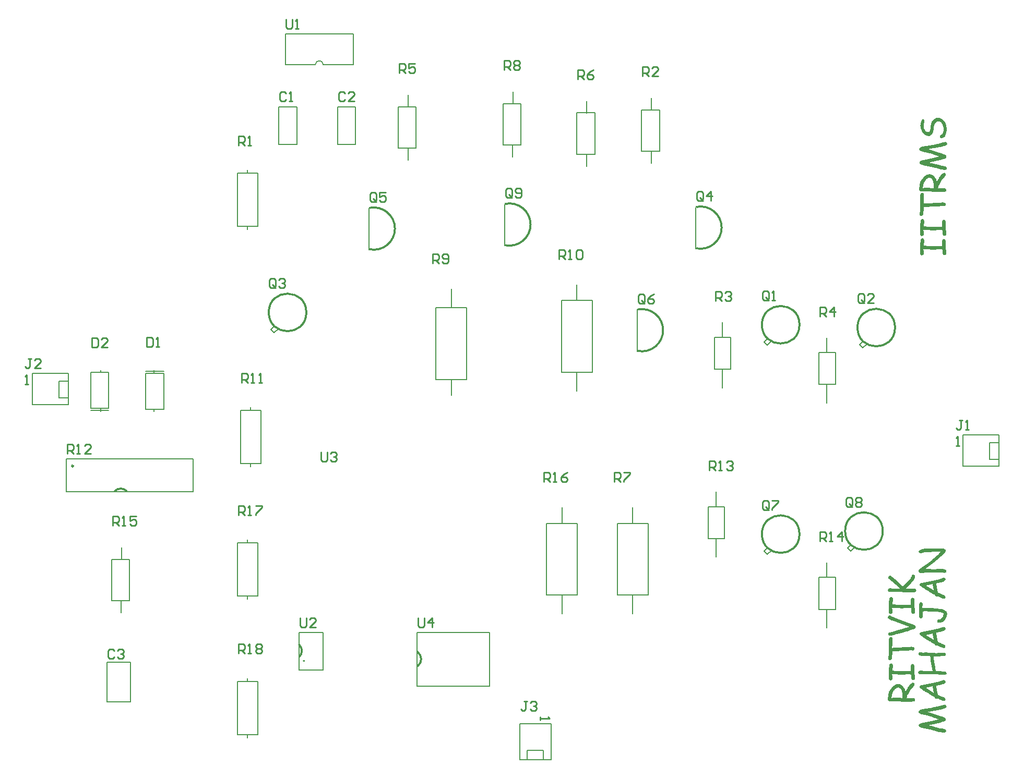
<source format=gto>
G04*
G04 #@! TF.GenerationSoftware,Altium Limited,Altium Designer,20.0.13 (296)*
G04*
G04 Layer_Color=65535*
%FSLAX25Y25*%
%MOIN*%
G70*
G01*
G75*
%ADD10C,0.01181*%
%ADD11C,0.00787*%
%ADD12C,0.01000*%
G36*
X594853Y432406D02*
X595028D01*
X595232Y432347D01*
X595495Y432318D01*
X595786Y432231D01*
X596107Y432143D01*
X596428Y431997D01*
X596778Y431852D01*
X597128Y431647D01*
X597478Y431414D01*
X597828Y431122D01*
X598148Y430802D01*
X598469Y430423D01*
X598790Y429985D01*
Y429956D01*
X598848Y429898D01*
X598907Y429781D01*
X598994Y429606D01*
X599111Y429402D01*
X599227Y429169D01*
X599344Y428906D01*
X599461Y428586D01*
X599577Y428236D01*
X599694Y427886D01*
X599927Y427040D01*
X600073Y426107D01*
X600102Y425640D01*
X600131Y425116D01*
Y424766D01*
X600102Y424591D01*
Y424387D01*
X600044Y423891D01*
X599956Y423308D01*
X599811Y422695D01*
X599636Y422054D01*
X599373Y421412D01*
Y421383D01*
X599315Y421325D01*
X599286Y421237D01*
X599198Y421092D01*
X598994Y420771D01*
X598702Y420392D01*
X598323Y420013D01*
X597886Y419692D01*
X597623Y419546D01*
X597361Y419429D01*
X597070Y419371D01*
X596778Y419342D01*
X596749D01*
X596690D01*
X596515Y419371D01*
X596253Y419459D01*
X596136Y419517D01*
X596020Y419633D01*
Y419663D01*
X595961Y419692D01*
X595874Y419867D01*
X595786Y420129D01*
X595728Y420450D01*
Y420538D01*
X595757Y420654D01*
X595816Y420771D01*
X595874Y420917D01*
X595991Y421092D01*
X596166Y421237D01*
X596370Y421412D01*
X596399Y421441D01*
X596486Y421500D01*
X596632Y421616D01*
X596807Y421733D01*
X597186Y422054D01*
X597332Y422229D01*
X597478Y422404D01*
X597507Y422462D01*
X597565Y422579D01*
X597682Y422783D01*
X597769Y423104D01*
X597886Y423483D01*
X598003Y423949D01*
X598061Y424503D01*
X598090Y425116D01*
Y425407D01*
X598061Y425728D01*
X598003Y426165D01*
X597915Y426661D01*
X597769Y427186D01*
X597594Y427740D01*
X597361Y428294D01*
Y428323D01*
X597303Y428381D01*
X597274Y428469D01*
X597186Y428586D01*
X596982Y428906D01*
X596690Y429256D01*
X596311Y429577D01*
X595845Y429898D01*
X595611Y430015D01*
X595320Y430102D01*
X595057Y430160D01*
X594737Y430189D01*
X594707D01*
X594678D01*
X594503Y430160D01*
X594241Y430102D01*
X593920Y429985D01*
X593570Y429810D01*
X593220Y429519D01*
X593016Y429344D01*
X592841Y429110D01*
X592666Y428877D01*
X592521Y428586D01*
X592491Y428527D01*
X592404Y428352D01*
X592287Y428061D01*
X592171Y427682D01*
X592025Y427215D01*
X591908Y426632D01*
X591821Y425990D01*
X591762Y425290D01*
Y425116D01*
X591733Y424999D01*
X591704Y424678D01*
X591646Y424270D01*
X591558Y423803D01*
X591412Y423308D01*
X591237Y422783D01*
X591004Y422316D01*
Y422287D01*
X590975Y422258D01*
X590829Y422083D01*
X590625Y421820D01*
X590363Y421558D01*
X589984Y421267D01*
X589546Y421004D01*
X589021Y420829D01*
X588759Y420800D01*
X588438Y420771D01*
X588409D01*
X588351D01*
X588234Y420800D01*
X588117D01*
X587942Y420829D01*
X587738Y420887D01*
X587243Y421062D01*
X586980Y421179D01*
X586689Y421325D01*
X586397Y421500D01*
X586105Y421704D01*
X585784Y421966D01*
X585464Y422258D01*
X585172Y422608D01*
X584851Y422987D01*
X584822Y423016D01*
X584793Y423074D01*
X584706Y423191D01*
X584618Y423366D01*
X584502Y423541D01*
X584356Y423774D01*
X584210Y424037D01*
X584064Y424328D01*
X583802Y424999D01*
X583539Y425757D01*
X583364Y426544D01*
X583335Y426953D01*
X583306Y427390D01*
Y427594D01*
X583335Y427798D01*
X583364Y428090D01*
X583393Y428469D01*
X583452Y428877D01*
X583568Y429315D01*
X583685Y429810D01*
Y429840D01*
X583714Y429898D01*
X583743Y429985D01*
X583773Y430102D01*
X583860Y430394D01*
X584006Y430714D01*
X584181Y431035D01*
X584385Y431327D01*
X584502Y431443D01*
X584647Y431531D01*
X584764Y431589D01*
X584910Y431618D01*
X584939D01*
X585055Y431589D01*
X585201Y431560D01*
X585376Y431502D01*
X585580Y431356D01*
X585726Y431181D01*
X585843Y430948D01*
X585872Y430598D01*
Y430394D01*
X585843Y430248D01*
X585814Y430044D01*
X585784Y429752D01*
X585726Y429431D01*
X585639Y429052D01*
Y428994D01*
X585610Y428877D01*
X585551Y428673D01*
X585522Y428411D01*
X585435Y427857D01*
X585405Y427594D01*
Y427157D01*
X585435Y427040D01*
X585464Y426719D01*
X585522Y426311D01*
X585639Y425874D01*
X585784Y425378D01*
X585989Y424882D01*
X586280Y424416D01*
X586309Y424357D01*
X586426Y424212D01*
X586601Y424037D01*
X586864Y423803D01*
X587155Y423570D01*
X587505Y423395D01*
X587884Y423249D01*
X588321Y423191D01*
X588351D01*
X588467Y423220D01*
X588642Y423279D01*
X588817Y423395D01*
X589050Y423599D01*
X589255Y423891D01*
X589342Y424066D01*
X589459Y424299D01*
X589517Y424532D01*
X589605Y424824D01*
Y424853D01*
X589634Y424941D01*
X589663Y425116D01*
X589692Y425349D01*
X589721Y425640D01*
X589780Y426049D01*
X589809Y426544D01*
X589867Y427157D01*
Y427273D01*
X589896Y427390D01*
X589925Y427565D01*
X589954Y427798D01*
X590013Y428032D01*
X590129Y428615D01*
X590334Y429227D01*
X590625Y429898D01*
X591004Y430539D01*
X591471Y431122D01*
Y431152D01*
X591529Y431181D01*
X591704Y431327D01*
X591966Y431531D01*
X592346Y431793D01*
X592783Y432026D01*
X593337Y432231D01*
X593920Y432376D01*
X594241Y432435D01*
X594591D01*
X594620D01*
X594707D01*
X594853Y432406D01*
D02*
G37*
G36*
X599461Y416980D02*
X599548Y416951D01*
X599811Y416863D01*
X599956Y416747D01*
X600073Y416630D01*
Y416601D01*
X600131Y416572D01*
X600219Y416397D01*
X600335Y416134D01*
X600364Y415988D01*
X600394Y415814D01*
Y415726D01*
X600364Y415609D01*
X600306Y415464D01*
X600248Y415318D01*
X600131Y415172D01*
X599956Y414997D01*
X599752Y414851D01*
X599723Y414822D01*
X599665Y414793D01*
X599519Y414735D01*
X599344Y414647D01*
X599111Y414560D01*
X598819Y414443D01*
X598469Y414356D01*
X598032Y414239D01*
X596136Y413831D01*
X596107D01*
X596049Y413801D01*
X595932Y413772D01*
X595757Y413743D01*
X595553Y413714D01*
X595261Y413627D01*
X594912Y413568D01*
X594503Y413481D01*
X594008Y413393D01*
X593454Y413277D01*
X592812Y413160D01*
X592112Y413043D01*
X591296Y412897D01*
X590421Y412752D01*
X589430Y412577D01*
X588351Y412402D01*
X594999Y410186D01*
X597099Y409544D01*
X597157Y409515D01*
X597303Y409486D01*
X597536Y409398D01*
X597828Y409311D01*
X598148Y409165D01*
X598498Y409048D01*
X598819Y408903D01*
X599140Y408728D01*
X599169Y408699D01*
X599257Y408640D01*
X599402Y408553D01*
X599548Y408407D01*
X599694Y408232D01*
X599840Y407999D01*
X599927Y407765D01*
X599956Y407474D01*
Y407357D01*
X599927Y407240D01*
X599869Y407095D01*
X599781Y406949D01*
X599665Y406774D01*
X599490Y406599D01*
X599257Y406453D01*
X599227D01*
X599169Y406424D01*
X599082Y406366D01*
X598936Y406307D01*
X598790Y406249D01*
X598586Y406162D01*
X598352Y406103D01*
X598090Y406016D01*
X596865Y405695D01*
X596807D01*
X596690Y405637D01*
X596486Y405578D01*
X596195Y405520D01*
X595816Y405403D01*
X595407Y405287D01*
X594912Y405170D01*
X594358Y405024D01*
X593745Y404879D01*
X593104Y404733D01*
X592433Y404558D01*
X591704Y404412D01*
X590946Y404237D01*
X590159Y404062D01*
X588526Y403741D01*
X590509Y403333D01*
X596311Y401904D01*
X596370D01*
X596515Y401875D01*
X596749Y401846D01*
X597070Y401817D01*
X597507Y401729D01*
X598032Y401642D01*
X598644Y401496D01*
X599344Y401350D01*
X599373D01*
X599461Y401292D01*
X599606Y401204D01*
X599752Y401088D01*
X599927Y400942D01*
X600044Y400767D01*
X600160Y400534D01*
X600190Y400271D01*
Y400184D01*
X600160Y400067D01*
X600131Y399951D01*
X600015Y399659D01*
X599927Y399513D01*
X599781Y399396D01*
X599723Y399367D01*
X599577Y399280D01*
X599315Y399163D01*
X598994Y399134D01*
X598965D01*
X598907D01*
X598819D01*
X598673D01*
X598498Y399163D01*
X598265D01*
X598032Y399192D01*
X597740Y399221D01*
X597419Y399280D01*
X597099Y399309D01*
X596311Y399455D01*
X595466Y399630D01*
X594503Y399892D01*
X590042Y401117D01*
X586572Y401758D01*
X586543D01*
X586455Y401788D01*
X586339Y401817D01*
X586164Y401846D01*
X585989Y401875D01*
X585755Y401933D01*
X585260Y402050D01*
X584706Y402225D01*
X584181Y402400D01*
X583714Y402575D01*
X583510Y402692D01*
X583364Y402779D01*
X583335Y402808D01*
X583277Y402867D01*
X583160Y402954D01*
X583043Y403071D01*
X582927Y403246D01*
X582810Y403421D01*
X582752Y403625D01*
X582723Y403858D01*
Y403975D01*
X582752Y404120D01*
X582839Y404266D01*
X582927Y404441D01*
X583073Y404616D01*
X583277Y404791D01*
X583568Y404937D01*
X583627Y404966D01*
X583773Y405024D01*
X583889Y405054D01*
X584035Y405112D01*
X584210Y405170D01*
X584414Y405229D01*
X584677Y405287D01*
X584968Y405345D01*
X585289Y405433D01*
X585668Y405520D01*
X586076Y405608D01*
X586514Y405695D01*
X587009Y405783D01*
X587563Y405870D01*
X587593D01*
X587738Y405899D01*
X587913Y405928D01*
X588205Y405987D01*
X588526Y406045D01*
X588934Y406132D01*
X589400Y406220D01*
X589896Y406307D01*
X590450Y406424D01*
X591062Y406570D01*
X591704Y406716D01*
X592404Y406891D01*
X593104Y407065D01*
X593862Y407240D01*
X595407Y407678D01*
X595349Y407707D01*
X595203Y407765D01*
X594999Y407824D01*
X594678Y407940D01*
X594299Y408086D01*
X593833Y408261D01*
X593308Y408436D01*
X592725Y408640D01*
X592083Y408874D01*
X591383Y409078D01*
X590654Y409311D01*
X589896Y409573D01*
X589109Y409807D01*
X588263Y410040D01*
X586572Y410506D01*
X584968Y410827D01*
X584910D01*
X584793Y410856D01*
X584618Y410915D01*
X584385Y410973D01*
X583889Y411148D01*
X583627Y411235D01*
X583393Y411352D01*
X583364Y411381D01*
X583248Y411440D01*
X583131Y411527D01*
X582956Y411673D01*
X582810Y411819D01*
X582664Y412023D01*
X582577Y412256D01*
X582548Y412519D01*
Y412548D01*
X582577Y412664D01*
X582635Y412839D01*
X582781Y413072D01*
X583014Y413306D01*
X583160Y413422D01*
X583335Y413539D01*
X583539Y413656D01*
X583802Y413772D01*
X584093Y413889D01*
X584414Y413976D01*
X584443D01*
X584531Y414006D01*
X584706Y414035D01*
X584968Y414093D01*
X585318Y414151D01*
X585755Y414239D01*
X586047Y414268D01*
X586339Y414326D01*
X586659Y414356D01*
X587009Y414414D01*
X587068D01*
X587243Y414443D01*
X587505Y414472D01*
X587855Y414531D01*
X588263Y414589D01*
X588759Y414676D01*
X589342Y414764D01*
X589954Y414851D01*
X590596Y414968D01*
X591267Y415085D01*
X592696Y415376D01*
X594153Y415668D01*
X594853Y415843D01*
X595524Y416018D01*
X597419Y416572D01*
X597448D01*
X597478Y416601D01*
X597653Y416630D01*
X597915Y416717D01*
X598207Y416805D01*
X598527Y416863D01*
X598848Y416951D01*
X599111Y416980D01*
X599286Y417009D01*
X599315D01*
X599373D01*
X599461Y416980D01*
D02*
G37*
G36*
X598644Y397210D02*
X598732D01*
X599023Y397093D01*
X599140Y397005D01*
X599286Y396889D01*
Y396860D01*
X599344Y396830D01*
X599431Y396655D01*
X599548Y396422D01*
X599577Y396247D01*
X599606Y396101D01*
Y396043D01*
X599548Y395839D01*
X599461Y395606D01*
X599373Y395460D01*
X599257Y395314D01*
X599227Y395285D01*
X599111Y395139D01*
X598907Y394935D01*
X598673Y394673D01*
X598382Y394323D01*
X598061Y393914D01*
X597682Y393448D01*
X597303Y392952D01*
X596895Y392369D01*
X596486Y391727D01*
X596107Y391086D01*
X595699Y390357D01*
X595320Y389628D01*
X594970Y388870D01*
X594678Y388053D01*
X594416Y387237D01*
X596574Y387324D01*
X598761Y387383D01*
X598790D01*
X598848D01*
X598936Y387353D01*
X599023D01*
X599286Y387237D01*
X599431Y387178D01*
X599548Y387062D01*
X599606Y387003D01*
X599694Y386858D01*
X599811Y386595D01*
X599840Y386449D01*
X599869Y386275D01*
Y386187D01*
X599840Y386100D01*
Y385983D01*
X599723Y385720D01*
X599665Y385575D01*
X599548Y385458D01*
X599519D01*
X599490Y385400D01*
X599315Y385312D01*
X599082Y385225D01*
X598761Y385166D01*
X598732D01*
X598586D01*
X598382D01*
X598119D01*
X597740Y385137D01*
X597303D01*
X596778Y385108D01*
X596166Y385079D01*
X596136D01*
X596078D01*
X595991D01*
X595874D01*
X595553Y385050D01*
X595174D01*
X594766Y385021D01*
X594328D01*
X593891Y384991D01*
X593541D01*
X593483D01*
X593366D01*
X593133D01*
X592783Y385021D01*
X592375Y385050D01*
X591850Y385079D01*
X591237Y385137D01*
X590538Y385196D01*
X590509D01*
X590450D01*
X590334Y385225D01*
X590217D01*
X590042Y385254D01*
X589838Y385283D01*
X589400Y385312D01*
X588905Y385370D01*
X588409Y385400D01*
X587942Y385429D01*
X587534D01*
X587505D01*
X587418D01*
X587301D01*
X587097D01*
X586864Y385400D01*
X586572Y385370D01*
X586251Y385341D01*
X585872Y385312D01*
X585814D01*
X585697D01*
X585493Y385283D01*
X585230D01*
X584677Y385254D01*
X584414Y385225D01*
X584181D01*
X584152D01*
X584064D01*
X583948Y385254D01*
X583802Y385283D01*
X583452Y385370D01*
X583277Y385458D01*
X583102Y385575D01*
X583073Y385604D01*
X583014Y385662D01*
X582927Y385750D01*
X582810Y385866D01*
X582723Y386041D01*
X582635Y386216D01*
X582548Y386449D01*
Y386712D01*
X582781Y389365D01*
Y389424D01*
X582810Y389511D01*
Y389628D01*
X582868Y389890D01*
X582927Y390269D01*
X583043Y390649D01*
X583160Y391086D01*
X583306Y391523D01*
X583510Y391932D01*
X583539Y391990D01*
X583627Y392136D01*
X583743Y392340D01*
X583918Y392631D01*
X584152Y392981D01*
X584443Y393331D01*
X584764Y393739D01*
X585114Y394177D01*
X585522Y394585D01*
X585959Y394993D01*
X586455Y395372D01*
X586951Y395693D01*
X587505Y395985D01*
X588088Y396189D01*
X588671Y396335D01*
X589313Y396393D01*
X589342D01*
X589400D01*
X589488D01*
X589605Y396364D01*
X589896Y396305D01*
X590304Y396189D01*
X590771Y396014D01*
X591267Y395752D01*
X591500Y395577D01*
X591762Y395372D01*
X592025Y395110D01*
X592258Y394847D01*
X592316Y394789D01*
X592433Y394643D01*
X592608Y394352D01*
X592841Y394002D01*
X593104Y393565D01*
X593366Y393040D01*
X593599Y392456D01*
X593833Y391815D01*
X593862Y391844D01*
X593920Y391961D01*
X594008Y392136D01*
X594153Y392369D01*
X594328Y392660D01*
X594532Y392981D01*
X594737Y393360D01*
X594999Y393739D01*
X595582Y394556D01*
X596253Y395431D01*
X596953Y396247D01*
X597332Y396597D01*
X597711Y396947D01*
X597740D01*
X597769Y397005D01*
X597944Y397093D01*
X598177Y397180D01*
X598469Y397239D01*
X598498D01*
X598557D01*
X598644Y397210D01*
D02*
G37*
G36*
X584618Y384467D02*
X584706D01*
X584997Y384350D01*
X585114Y384292D01*
X585260Y384175D01*
X585318Y384117D01*
X585405Y383942D01*
X585522Y383708D01*
X585551Y383533D01*
X585580Y383359D01*
Y383009D01*
X585551Y382746D01*
Y382396D01*
X585522Y381959D01*
X585493Y381434D01*
X585435Y380851D01*
Y380705D01*
X585405Y380588D01*
Y380268D01*
X585376Y379918D01*
X585347Y379509D01*
Y379072D01*
X585318Y378664D01*
Y377556D01*
X585347D01*
X585376D01*
X585493D01*
X585610D01*
X585784Y377585D01*
X585989D01*
X586222D01*
X586514Y377614D01*
X586834D01*
X587213Y377643D01*
X587622Y377672D01*
X588059Y377701D01*
X588555Y377731D01*
X589080Y377760D01*
X589663Y377789D01*
X590275Y377847D01*
X590304D01*
X590421D01*
X590567Y377876D01*
X590800D01*
X591062Y377906D01*
X591383Y377935D01*
X591704D01*
X592083Y377964D01*
X592870Y378022D01*
X593716Y378051D01*
X594503Y378081D01*
X594882D01*
X595232D01*
X595261D01*
X595291D01*
X595407D01*
X595524D01*
X595670Y378110D01*
X595874D01*
X596107Y378139D01*
X596399Y378168D01*
X596428D01*
X596515Y378197D01*
X596661D01*
X596836Y378226D01*
X597215Y378256D01*
X597419D01*
X597565D01*
X597594D01*
X597682D01*
X597828D01*
X598003Y378226D01*
X598440Y378139D01*
X598877Y377993D01*
X598907D01*
X598994Y377935D01*
X599111Y377847D01*
X599227Y377760D01*
X599344Y377614D01*
X599461Y377439D01*
X599548Y377264D01*
X599577Y377031D01*
Y376972D01*
X599548Y376768D01*
X599461Y376506D01*
X599286Y376243D01*
X599257D01*
X599227Y376185D01*
X599052Y376068D01*
X598819Y375952D01*
X598673Y375923D01*
X598498Y375893D01*
X598469D01*
X598382D01*
X598207D01*
X598003Y375923D01*
X597973D01*
X597944D01*
X597798Y375952D01*
X597653Y375981D01*
X597507D01*
X597478D01*
X597390D01*
X597274D01*
X597099D01*
X596865Y375952D01*
X596574D01*
X596253Y375923D01*
X595874Y375893D01*
X595816D01*
X595699D01*
X595495Y375864D01*
X595261D01*
X594737Y375835D01*
X594474D01*
X594241D01*
X594212D01*
X594153D01*
X594066D01*
X593949D01*
X593774D01*
X593599D01*
X593366Y375806D01*
X593104D01*
X592783D01*
X592462Y375777D01*
X592112Y375748D01*
X591704D01*
X591267Y375719D01*
X590829Y375689D01*
X590334Y375631D01*
X589809Y375602D01*
X589780D01*
X589663D01*
X589517Y375573D01*
X589313D01*
X589050Y375544D01*
X588759Y375514D01*
X588438Y375485D01*
X588088Y375456D01*
X587359Y375427D01*
X586630Y375369D01*
X585930Y375340D01*
X585610Y375310D01*
X585347D01*
X585376Y374290D01*
Y373677D01*
X585347Y373444D01*
X585318Y372919D01*
X585289Y372307D01*
X585230Y371665D01*
X585143Y371053D01*
X585026Y370499D01*
Y370470D01*
X584968Y370353D01*
X584910Y370236D01*
X584793Y370061D01*
X584647Y369916D01*
X584472Y369770D01*
X584210Y369653D01*
X583918Y369624D01*
X583889D01*
X583831D01*
X583656Y369653D01*
X583393Y369741D01*
X583131Y369886D01*
X583102Y369916D01*
X583073Y369945D01*
X582956Y370120D01*
X582810Y370411D01*
X582781Y370586D01*
Y370849D01*
X582810Y370966D01*
Y371111D01*
X582839Y371344D01*
X582868Y371665D01*
X582927Y372044D01*
X582985Y372511D01*
Y372569D01*
X583014Y372686D01*
Y372890D01*
X583043Y373152D01*
X583073Y373444D01*
Y373736D01*
X583102Y374027D01*
Y375427D01*
X583073Y375835D01*
Y376768D01*
X583043Y377060D01*
Y378664D01*
X583073Y378955D01*
Y379305D01*
X583102Y379743D01*
X583131Y380238D01*
X583189Y380821D01*
Y380996D01*
X583218Y381113D01*
Y381405D01*
X583248Y381784D01*
X583277Y382192D01*
Y382600D01*
X583306Y383009D01*
Y383446D01*
X583335Y383533D01*
Y383650D01*
X583452Y383912D01*
X583510Y384058D01*
X583627Y384175D01*
Y384204D01*
X583685Y384233D01*
X583860Y384350D01*
X584093Y384437D01*
X584268Y384496D01*
X584443D01*
X584472D01*
X584531D01*
X584618Y384467D01*
D02*
G37*
G36*
X584851Y367670D02*
X584968Y367641D01*
X585260Y367554D01*
X585405Y367437D01*
X585522Y367320D01*
Y367291D01*
X585551Y367262D01*
X585639Y367087D01*
X585726Y366854D01*
X585755Y366533D01*
Y366242D01*
X585726Y366037D01*
Y365804D01*
X585697Y365483D01*
X585668Y365134D01*
X585610Y364754D01*
X585376Y362976D01*
X585405D01*
X585522D01*
X585697Y362947D01*
X585930D01*
X586222Y362917D01*
X586543D01*
X586922Y362888D01*
X587359Y362859D01*
X587826Y362830D01*
X588292D01*
X589342Y362772D01*
X590421Y362742D01*
X591529D01*
X591558D01*
X591675D01*
X591821D01*
X592054D01*
X592316D01*
X592637D01*
X593016Y362772D01*
X593425D01*
X593483D01*
X593599D01*
X593833Y362801D01*
X594095D01*
X594387D01*
X594707Y362830D01*
X595028D01*
X595349D01*
X595407D01*
X595524D01*
X595728D01*
X595961D01*
X596253Y362801D01*
X596574D01*
X597215Y362742D01*
X597186Y366212D01*
Y366300D01*
X597215Y366387D01*
Y366475D01*
X597332Y366737D01*
X597419Y366883D01*
X597536Y367000D01*
Y367029D01*
X597594Y367058D01*
X597740Y367175D01*
X598003Y367262D01*
X598148Y367320D01*
X598323D01*
X598352D01*
X598411D01*
X598498Y367291D01*
X598615D01*
X598877Y367175D01*
X599023Y367116D01*
X599140Y367000D01*
X599198Y366941D01*
X599286Y366796D01*
X599402Y366533D01*
X599431Y366387D01*
X599461Y366212D01*
Y365163D01*
X599490Y364784D01*
Y362188D01*
X599519Y361955D01*
X599548Y361663D01*
X599577Y361284D01*
X599636Y360847D01*
X599694Y360322D01*
Y360264D01*
X599723Y360089D01*
X599752Y359826D01*
X599781Y359506D01*
X599840Y359156D01*
X599869Y358777D01*
X599898Y358427D01*
Y358048D01*
X599869Y357960D01*
Y357873D01*
X599752Y357610D01*
X599694Y357464D01*
X599577Y357348D01*
X599548D01*
X599519Y357289D01*
X599344Y357202D01*
X599111Y357115D01*
X598790Y357056D01*
X598761D01*
X598702D01*
X598615Y357085D01*
X598498D01*
X598236Y357173D01*
X597973Y357348D01*
X597944Y357377D01*
X597915Y357406D01*
X597798Y357581D01*
X597682Y357814D01*
X597623Y357960D01*
Y358456D01*
X597594Y358718D01*
X597565Y359039D01*
X597536Y359447D01*
X597478Y359943D01*
X597390Y360526D01*
X597361D01*
X597244Y360555D01*
X597040D01*
X596807Y360584D01*
X596515D01*
X596166Y360614D01*
X595786D01*
X595378D01*
X595349D01*
X595232D01*
X595057D01*
X594853D01*
X594562D01*
X594270Y360584D01*
X593891D01*
X593512Y360555D01*
X593454D01*
X593337D01*
X593133Y360526D01*
X592870D01*
X592579D01*
X592258Y360497D01*
X591966D01*
X591675D01*
X591646D01*
X591558D01*
X591412D01*
X591208D01*
X590975D01*
X590654Y360526D01*
X590304D01*
X589925D01*
X589459Y360555D01*
X588992D01*
X588467Y360584D01*
X587884Y360614D01*
X587301Y360643D01*
X586659Y360701D01*
X585989Y360730D01*
X585289Y360789D01*
X585347Y359360D01*
X585376Y357931D01*
Y357843D01*
X585347Y357756D01*
Y357639D01*
X585230Y357377D01*
X585172Y357231D01*
X585055Y357115D01*
X585026D01*
X584997Y357056D01*
X584822Y356969D01*
X584589Y356881D01*
X584239Y356823D01*
X584181D01*
X584064Y356852D01*
X583918Y356881D01*
X583714Y356940D01*
X583510Y357085D01*
X583335Y357260D01*
X583189Y357494D01*
X583131Y357843D01*
Y357902D01*
X583102Y358018D01*
Y358252D01*
X583073Y358602D01*
Y358806D01*
X583043Y359068D01*
Y359651D01*
X583014Y359972D01*
Y361809D01*
X583043Y362072D01*
Y362363D01*
X583073Y362713D01*
X583102Y363092D01*
X583131Y363500D01*
X583160Y363967D01*
X583218Y364434D01*
X583277Y364959D01*
X583335Y365513D01*
X583423Y366096D01*
X583510Y366708D01*
Y366737D01*
X583539Y366854D01*
X583598Y367029D01*
X583714Y367204D01*
X583860Y367379D01*
X584064Y367554D01*
X584327Y367670D01*
X584677Y367700D01*
X584706D01*
X584764D01*
X584851Y367670D01*
D02*
G37*
G36*
Y355336D02*
X584968Y355307D01*
X585260Y355219D01*
X585405Y355102D01*
X585522Y354986D01*
Y354957D01*
X585551Y354927D01*
X585639Y354752D01*
X585726Y354519D01*
X585755Y354199D01*
Y353907D01*
X585726Y353703D01*
Y353469D01*
X585697Y353149D01*
X585668Y352799D01*
X585610Y352420D01*
X585376Y350641D01*
X585405D01*
X585522D01*
X585697Y350612D01*
X585930D01*
X586222Y350583D01*
X586543D01*
X586922Y350553D01*
X587359Y350524D01*
X587826Y350495D01*
X588292D01*
X589342Y350437D01*
X590421Y350408D01*
X591529D01*
X591558D01*
X591675D01*
X591821D01*
X592054D01*
X592316D01*
X592637D01*
X593016Y350437D01*
X593425D01*
X593483D01*
X593599D01*
X593833Y350466D01*
X594095D01*
X594387D01*
X594707Y350495D01*
X595028D01*
X595349D01*
X595407D01*
X595524D01*
X595728D01*
X595961D01*
X596253Y350466D01*
X596574D01*
X597215Y350408D01*
X597186Y353878D01*
Y353965D01*
X597215Y354053D01*
Y354140D01*
X597332Y354403D01*
X597419Y354548D01*
X597536Y354665D01*
Y354694D01*
X597594Y354723D01*
X597740Y354840D01*
X598003Y354927D01*
X598148Y354986D01*
X598323D01*
X598352D01*
X598411D01*
X598498Y354957D01*
X598615D01*
X598877Y354840D01*
X599023Y354782D01*
X599140Y354665D01*
X599198Y354607D01*
X599286Y354461D01*
X599402Y354199D01*
X599431Y354053D01*
X599461Y353878D01*
Y352828D01*
X599490Y352449D01*
Y349854D01*
X599519Y349620D01*
X599548Y349329D01*
X599577Y348950D01*
X599636Y348512D01*
X599694Y347987D01*
Y347929D01*
X599723Y347754D01*
X599752Y347492D01*
X599781Y347171D01*
X599840Y346821D01*
X599869Y346442D01*
X599898Y346092D01*
Y345713D01*
X599869Y345625D01*
Y345538D01*
X599752Y345275D01*
X599694Y345130D01*
X599577Y345013D01*
X599548D01*
X599519Y344955D01*
X599344Y344867D01*
X599111Y344780D01*
X598790Y344722D01*
X598761D01*
X598702D01*
X598615Y344751D01*
X598498D01*
X598236Y344838D01*
X597973Y345013D01*
X597944Y345042D01*
X597915Y345071D01*
X597798Y345246D01*
X597682Y345480D01*
X597623Y345625D01*
Y346121D01*
X597594Y346384D01*
X597565Y346704D01*
X597536Y347113D01*
X597478Y347608D01*
X597390Y348191D01*
X597361D01*
X597244Y348221D01*
X597040D01*
X596807Y348250D01*
X596515D01*
X596166Y348279D01*
X595786D01*
X595378D01*
X595349D01*
X595232D01*
X595057D01*
X594853D01*
X594562D01*
X594270Y348250D01*
X593891D01*
X593512Y348221D01*
X593454D01*
X593337D01*
X593133Y348191D01*
X592870D01*
X592579D01*
X592258Y348162D01*
X591966D01*
X591675D01*
X591646D01*
X591558D01*
X591412D01*
X591208D01*
X590975D01*
X590654Y348191D01*
X590304D01*
X589925D01*
X589459Y348221D01*
X588992D01*
X588467Y348250D01*
X587884Y348279D01*
X587301Y348308D01*
X586659Y348366D01*
X585989Y348396D01*
X585289Y348454D01*
X585347Y347025D01*
X585376Y345596D01*
Y345509D01*
X585347Y345421D01*
Y345305D01*
X585230Y345042D01*
X585172Y344896D01*
X585055Y344780D01*
X585026D01*
X584997Y344722D01*
X584822Y344634D01*
X584589Y344547D01*
X584239Y344488D01*
X584181D01*
X584064Y344517D01*
X583918Y344547D01*
X583714Y344605D01*
X583510Y344751D01*
X583335Y344926D01*
X583189Y345159D01*
X583131Y345509D01*
Y345567D01*
X583102Y345684D01*
Y345917D01*
X583073Y346267D01*
Y346471D01*
X583043Y346733D01*
Y347317D01*
X583014Y347638D01*
Y349475D01*
X583043Y349737D01*
Y350029D01*
X583073Y350378D01*
X583102Y350758D01*
X583131Y351166D01*
X583160Y351632D01*
X583218Y352099D01*
X583277Y352624D01*
X583335Y353178D01*
X583423Y353761D01*
X583510Y354373D01*
Y354403D01*
X583539Y354519D01*
X583598Y354694D01*
X583714Y354869D01*
X583860Y355044D01*
X584064Y355219D01*
X584327Y355336D01*
X584677Y355365D01*
X584706D01*
X584764D01*
X584851Y355336D01*
D02*
G37*
G36*
X592112Y157118D02*
X592987D01*
X593016D01*
X593104D01*
X593220D01*
X593395D01*
X593599D01*
X593833D01*
X594358D01*
X594970Y157089D01*
X595582D01*
X596136D01*
X596661D01*
X596690D01*
X596749D01*
X596895D01*
X597069Y157060D01*
X597332Y157031D01*
X597623Y157001D01*
X597973Y156943D01*
X598411Y156885D01*
X598469D01*
X598586Y156856D01*
X598761Y156768D01*
X598965Y156681D01*
X599169Y156535D01*
X599344Y156331D01*
X599461Y156068D01*
X599519Y155719D01*
Y155602D01*
X599490Y155485D01*
X599431Y155310D01*
X599315Y155106D01*
X599198Y154873D01*
X598994Y154581D01*
X598732Y154290D01*
X598673Y154231D01*
X598527Y154086D01*
X598294Y153823D01*
X597944Y153502D01*
X597507Y153065D01*
X596953Y152540D01*
X596340Y151957D01*
X595611Y151315D01*
X594795Y150557D01*
X593862Y149770D01*
X592870Y148924D01*
X591762Y148020D01*
X590567Y147058D01*
X589313Y146066D01*
X587942Y145017D01*
X586484Y143938D01*
X588992Y143879D01*
X591500Y143850D01*
X591529D01*
X591675D01*
X591879D01*
X592171D01*
X592579D01*
X593045D01*
X593599Y143879D01*
X594241D01*
X594270D01*
X594328D01*
X594416D01*
X594532D01*
X594882Y143909D01*
X595261D01*
X595728D01*
X596195Y143938D01*
X596632D01*
X597011D01*
X597040D01*
X597128D01*
X597274D01*
X597478Y143909D01*
X597682D01*
X597944Y143879D01*
X598469Y143792D01*
X599023Y143646D01*
X599286Y143559D01*
X599490Y143442D01*
X599694Y143325D01*
X599840Y143150D01*
X599927Y142976D01*
X599956Y142771D01*
Y142684D01*
X599927Y142567D01*
X599898Y142451D01*
X599781Y142130D01*
X599694Y141984D01*
X599548Y141838D01*
X599519D01*
X599490Y141780D01*
X599315Y141692D01*
X599082Y141576D01*
X598936Y141547D01*
X598761Y141518D01*
X598732D01*
X598673D01*
X598557D01*
X598411D01*
X598207Y141547D01*
X597973D01*
X597682D01*
X597361Y141576D01*
X597332D01*
X597215D01*
X597040Y141605D01*
X596836D01*
X596370Y141634D01*
X596166D01*
X595961D01*
X595932D01*
X595845D01*
X595670D01*
X595466D01*
X595174Y141663D01*
X594824D01*
X594387D01*
X593920Y141692D01*
X593891D01*
X593862D01*
X593687D01*
X593454Y141722D01*
X593162D01*
X592812D01*
X592491Y141751D01*
X592171D01*
X591879D01*
X591850D01*
X591733D01*
X591558D01*
X591325D01*
X591033D01*
X590654Y141722D01*
X590217D01*
X589692Y141692D01*
X589663D01*
X589634D01*
X589459D01*
X589196D01*
X588846D01*
X588496Y141663D01*
X588117D01*
X587767D01*
X587476D01*
X587447D01*
X587330D01*
X587184D01*
X586951Y141634D01*
X586659D01*
X586309Y141605D01*
X585901Y141576D01*
X585405Y141518D01*
X585376D01*
X585347D01*
X585172Y141488D01*
X584939D01*
X584618Y141459D01*
X584297Y141430D01*
X583948D01*
X583627Y141401D01*
X583335D01*
X583306D01*
X583248D01*
X583160Y141430D01*
X583014Y141459D01*
X582868Y141518D01*
X582723Y141576D01*
X582548Y141692D01*
X582402Y141838D01*
X582373Y141867D01*
X582344Y141926D01*
X582256Y142013D01*
X582169Y142130D01*
X582023Y142451D01*
X581994Y142626D01*
X581965Y142830D01*
Y142859D01*
X581994Y142946D01*
X582023Y143063D01*
X582110Y143238D01*
X582285Y143442D01*
X582519Y143705D01*
X582810Y143967D01*
X583014Y144142D01*
X583248Y144288D01*
X583306Y144317D01*
X583423Y144404D01*
X583656Y144550D01*
X583948Y144754D01*
X584297Y144988D01*
X584706Y145279D01*
X585172Y145600D01*
X585668Y145950D01*
X586193Y146300D01*
X586747Y146708D01*
X587884Y147524D01*
X589021Y148399D01*
X589575Y148837D01*
X590100Y149245D01*
X590129Y149274D01*
X590246Y149362D01*
X590421Y149507D01*
X590654Y149712D01*
X590946Y149945D01*
X591267Y150236D01*
X591675Y150557D01*
X592083Y150936D01*
X592550Y151345D01*
X593045Y151782D01*
X593541Y152248D01*
X594066Y152773D01*
X595174Y153852D01*
X596282Y154990D01*
X596253D01*
X596195D01*
X596078D01*
X595932D01*
X595728D01*
X595495D01*
X595203D01*
X594882Y154960D01*
X593483Y154931D01*
X593424D01*
X593279D01*
X593016D01*
X592666D01*
X592258D01*
X591791Y154902D01*
X591267D01*
X590713D01*
X590100Y154873D01*
X589459Y154844D01*
X588176Y154785D01*
X586922Y154698D01*
X586309Y154640D01*
X585755Y154581D01*
X585697D01*
X585639Y154552D01*
X585522Y154523D01*
X585347Y154494D01*
X585172Y154435D01*
X584910Y154377D01*
X584618Y154290D01*
X584589D01*
X584502Y154261D01*
X584356Y154231D01*
X584181Y154202D01*
X583802Y154115D01*
X583598Y154086D01*
X583423D01*
X583393D01*
X583364D01*
X583218Y154115D01*
X583014Y154144D01*
X582781Y154231D01*
X582548Y154377D01*
X582344Y154552D01*
X582198Y154844D01*
X582139Y155019D01*
Y155310D01*
X582198Y155398D01*
X582256Y155514D01*
X582344Y155660D01*
X582519Y155835D01*
X582752Y156010D01*
X583043Y156185D01*
X583423Y156360D01*
X583889Y156535D01*
X584472Y156710D01*
X584793Y156768D01*
X585172Y156856D01*
X585551Y156914D01*
X585989Y156972D01*
X586455Y157031D01*
X586951Y157060D01*
X587476Y157089D01*
X588059Y157118D01*
X588671Y157147D01*
X589313D01*
X589371D01*
X589546D01*
X589838D01*
X590217D01*
X590742D01*
X591383D01*
X592112Y157118D01*
D02*
G37*
G36*
X598469Y138427D02*
X598586D01*
X598848Y138310D01*
X598965Y138223D01*
X599082Y138106D01*
Y138077D01*
X599140Y138048D01*
X599227Y137873D01*
X599344Y137639D01*
X599373Y137464D01*
X599402Y137319D01*
Y137260D01*
X599373Y137144D01*
X599257Y136969D01*
X599198Y136852D01*
X599082Y136706D01*
X598936Y136590D01*
X598761Y136444D01*
X598557Y136298D01*
X598323Y136152D01*
X598032Y135977D01*
X597682Y135831D01*
X597274Y135686D01*
X596836Y135540D01*
X596778D01*
X596632Y135481D01*
X596399Y135423D01*
X596020Y135336D01*
X595816Y135277D01*
X595553Y135248D01*
X595261Y135161D01*
X594941Y135102D01*
X594620Y135044D01*
X594212Y134957D01*
X593804Y134898D01*
X593366Y134811D01*
Y134752D01*
X593395Y134607D01*
X593424Y134373D01*
X593483Y134023D01*
X593570Y133615D01*
X593658Y133119D01*
X593745Y132536D01*
X593891Y131895D01*
X594503Y128979D01*
X594532D01*
X594562Y128950D01*
X594649Y128920D01*
X594766Y128862D01*
X594912Y128804D01*
X595116Y128745D01*
X595320Y128629D01*
X595582Y128541D01*
X595874Y128396D01*
X596166Y128279D01*
X596515Y128104D01*
X596895Y127929D01*
X597303Y127754D01*
X597740Y127521D01*
X598236Y127317D01*
X598732Y127054D01*
X598761Y127025D01*
X598819Y126996D01*
X598936Y126908D01*
X599023Y126792D01*
X599257Y126500D01*
X599315Y126296D01*
X599344Y126092D01*
Y126034D01*
X599315Y125830D01*
X599227Y125567D01*
X599052Y125305D01*
X599023D01*
X598994Y125246D01*
X598819Y125159D01*
X598586Y125042D01*
X598411Y125013D01*
X598236Y124984D01*
X598207D01*
X598090Y125013D01*
X598003Y125042D01*
X597886Y125071D01*
X597740Y125130D01*
X597536Y125188D01*
X597303Y125275D01*
X597011Y125392D01*
X596690Y125538D01*
X596311Y125684D01*
X595874Y125888D01*
X595378Y126092D01*
X594824Y126354D01*
X594212Y126646D01*
X594153Y126617D01*
X594008Y126558D01*
X593804Y126471D01*
X593541Y126442D01*
X593512D01*
X593395Y126471D01*
X593250Y126500D01*
X593075Y126588D01*
X592870Y126704D01*
X592695Y126908D01*
X592521Y127171D01*
X592404Y127521D01*
X592375Y127550D01*
X592287Y127579D01*
X592171Y127637D01*
X591996Y127754D01*
X591762Y127871D01*
X591500Y128016D01*
X591179Y128191D01*
X590829Y128396D01*
X590450Y128600D01*
X590042Y128862D01*
X589605Y129125D01*
X589109Y129387D01*
X588088Y129999D01*
X586980Y130699D01*
X586922Y130728D01*
X586805Y130816D01*
X586601Y130932D01*
X586309Y131107D01*
X586018Y131341D01*
X585639Y131574D01*
X584881Y132099D01*
X584122Y132653D01*
X583743Y132915D01*
X583423Y133178D01*
X583160Y133440D01*
X582956Y133644D01*
X582839Y133819D01*
X582781Y133965D01*
Y133994D01*
X582810Y134111D01*
X582839Y134257D01*
X582927Y134432D01*
X583073Y134636D01*
X583306Y134840D01*
X583598Y135015D01*
X584006Y135161D01*
X587709Y135831D01*
X595378Y137494D01*
X597128Y138135D01*
X597157Y138164D01*
X597274Y138193D01*
X597419Y138252D01*
X597594Y138310D01*
X597973Y138397D01*
X598148Y138456D01*
X598294D01*
X598323D01*
X598382D01*
X598469Y138427D01*
D02*
G37*
G36*
X583918Y122797D02*
X584181Y122680D01*
X584297Y122622D01*
X584443Y122505D01*
X584472D01*
X584502Y122447D01*
X584618Y122301D01*
X584764Y122039D01*
X584793Y121893D01*
X584822Y121718D01*
Y121543D01*
X584793Y121339D01*
X584735Y121018D01*
Y120989D01*
X584706Y120931D01*
X584677Y120756D01*
X584647Y120522D01*
Y119531D01*
X584677Y119035D01*
X585989Y119094D01*
X586018D01*
X586076D01*
X586193D01*
X586339D01*
X586543D01*
X586776D01*
X587038D01*
X587330Y119064D01*
X587651D01*
X588001D01*
X588788Y119035D01*
X589634Y119006D01*
X590567Y118948D01*
X591529Y118889D01*
X592521Y118831D01*
X593512Y118744D01*
X594503Y118627D01*
X595466Y118510D01*
X596370Y118365D01*
X597186Y118219D01*
X597944Y118015D01*
X597973D01*
X598061Y117985D01*
X598177Y117927D01*
X598323Y117869D01*
X598732Y117694D01*
X599169Y117402D01*
X599606Y117052D01*
X600015Y116615D01*
X600160Y116352D01*
X600277Y116090D01*
X600364Y115769D01*
X600394Y115448D01*
Y115274D01*
X600364Y115128D01*
Y114953D01*
X600306Y114749D01*
X600219Y114253D01*
X600044Y113670D01*
X599811Y113028D01*
X599461Y112328D01*
X599257Y111978D01*
X599023Y111629D01*
X598994Y111599D01*
X598965Y111541D01*
X598877Y111424D01*
X598761Y111308D01*
X598615Y111162D01*
X598440Y110987D01*
X598003Y110608D01*
X597478Y110200D01*
X596865Y109879D01*
X596545Y109762D01*
X596195Y109646D01*
X595845Y109587D01*
X595466Y109558D01*
X595436D01*
X595407D01*
X595261Y109587D01*
X595028Y109616D01*
X594766Y109704D01*
X594532Y109821D01*
X594299Y110025D01*
X594153Y110287D01*
X594095Y110462D01*
Y110725D01*
X594124Y110841D01*
X594153Y111016D01*
X594270Y111220D01*
X594416Y111424D01*
X594649Y111599D01*
X594999Y111716D01*
X595203Y111774D01*
X595436D01*
X595466D01*
X595582Y111803D01*
X595786Y111833D01*
X596020Y111949D01*
X596282Y112095D01*
X596603Y112328D01*
X596924Y112649D01*
X597099Y112824D01*
X597274Y113057D01*
Y113087D01*
X597303Y113116D01*
X597390Y113261D01*
X597536Y113524D01*
X597682Y113816D01*
X597857Y114195D01*
X597973Y114603D01*
X598090Y115011D01*
X598119Y115448D01*
Y115478D01*
X598090Y115536D01*
X598032Y115594D01*
X597944Y115682D01*
X597828Y115740D01*
X597653Y115857D01*
X597419Y115944D01*
X597128Y116061D01*
X596778Y116148D01*
X596311Y116265D01*
X595786Y116352D01*
X595145Y116469D01*
X594416Y116557D01*
X594008Y116586D01*
X593541Y116644D01*
X593075Y116673D01*
X592579Y116702D01*
X592550D01*
X592462D01*
X592316Y116732D01*
X592112D01*
X591850D01*
X591529Y116761D01*
X591179D01*
X590771Y116790D01*
X590304Y116819D01*
X589809D01*
X589284Y116848D01*
X588700D01*
X588059D01*
X587418Y116877D01*
X586718D01*
X585989D01*
X585959D01*
X585930D01*
X585843D01*
X585726D01*
X585580D01*
X585347Y116848D01*
X585114D01*
X584793Y116819D01*
X584822Y116119D01*
Y115419D01*
X584793Y115157D01*
Y114545D01*
X584764Y114340D01*
Y113436D01*
X584735Y113349D01*
Y113232D01*
X584647Y112970D01*
X584472Y112707D01*
X584443D01*
X584414Y112649D01*
X584239Y112562D01*
X583977Y112445D01*
X583802Y112416D01*
X583627Y112387D01*
X583568D01*
X583452Y112416D01*
X583277Y112474D01*
X583043Y112591D01*
X582839Y112766D01*
X582664Y113028D01*
X582606Y113203D01*
X582548Y113407D01*
X582489Y113641D01*
Y114545D01*
X582519Y114749D01*
Y115448D01*
X582548Y115798D01*
Y116644D01*
X582519Y116936D01*
Y117286D01*
X582489Y117694D01*
X582460Y118190D01*
Y118248D01*
X582431Y118423D01*
Y118656D01*
X582402Y118977D01*
Y119327D01*
X582373Y119677D01*
Y120522D01*
X582402Y120697D01*
Y120872D01*
X582431Y121106D01*
X582519Y121572D01*
X582694Y122039D01*
X582781Y122243D01*
X582927Y122418D01*
X583073Y122593D01*
X583218Y122709D01*
X583423Y122797D01*
X583656Y122826D01*
X583685D01*
X583714D01*
X583918Y122797D01*
D02*
G37*
G36*
X598469Y106876D02*
X598586D01*
X598848Y106759D01*
X598965Y106671D01*
X599082Y106555D01*
Y106526D01*
X599140Y106496D01*
X599227Y106321D01*
X599344Y106088D01*
X599373Y105913D01*
X599402Y105767D01*
Y105709D01*
X599373Y105592D01*
X599257Y105418D01*
X599198Y105301D01*
X599082Y105155D01*
X598936Y105038D01*
X598761Y104893D01*
X598557Y104747D01*
X598323Y104601D01*
X598032Y104426D01*
X597682Y104280D01*
X597274Y104134D01*
X596836Y103989D01*
X596778D01*
X596632Y103930D01*
X596399Y103872D01*
X596020Y103785D01*
X595816Y103726D01*
X595553Y103697D01*
X595261Y103610D01*
X594941Y103551D01*
X594620Y103493D01*
X594212Y103405D01*
X593804Y103347D01*
X593366Y103260D01*
Y103201D01*
X593395Y103056D01*
X593424Y102822D01*
X593483Y102472D01*
X593570Y102064D01*
X593658Y101568D01*
X593745Y100985D01*
X593891Y100344D01*
X594503Y97428D01*
X594532D01*
X594562Y97399D01*
X594649Y97369D01*
X594766Y97311D01*
X594912Y97253D01*
X595116Y97194D01*
X595320Y97078D01*
X595582Y96990D01*
X595874Y96844D01*
X596166Y96728D01*
X596515Y96553D01*
X596895Y96378D01*
X597303Y96203D01*
X597740Y95970D01*
X598236Y95766D01*
X598732Y95503D01*
X598761Y95474D01*
X598819Y95445D01*
X598936Y95357D01*
X599023Y95241D01*
X599257Y94949D01*
X599315Y94745D01*
X599344Y94541D01*
Y94482D01*
X599315Y94278D01*
X599227Y94016D01*
X599052Y93753D01*
X599023D01*
X598994Y93695D01*
X598819Y93608D01*
X598586Y93491D01*
X598411Y93462D01*
X598236Y93433D01*
X598207D01*
X598090Y93462D01*
X598003Y93491D01*
X597886Y93520D01*
X597740Y93578D01*
X597536Y93637D01*
X597303Y93724D01*
X597011Y93841D01*
X596690Y93987D01*
X596311Y94133D01*
X595874Y94337D01*
X595378Y94541D01*
X594824Y94803D01*
X594212Y95095D01*
X594153Y95066D01*
X594008Y95007D01*
X593804Y94920D01*
X593541Y94891D01*
X593512D01*
X593395Y94920D01*
X593250Y94949D01*
X593075Y95037D01*
X592870Y95153D01*
X592695Y95357D01*
X592521Y95620D01*
X592404Y95970D01*
X592375Y95999D01*
X592287Y96028D01*
X592171Y96086D01*
X591996Y96203D01*
X591762Y96320D01*
X591500Y96465D01*
X591179Y96640D01*
X590829Y96844D01*
X590450Y97049D01*
X590042Y97311D01*
X589605Y97573D01*
X589109Y97836D01*
X588088Y98448D01*
X586980Y99148D01*
X586922Y99177D01*
X586805Y99265D01*
X586601Y99381D01*
X586309Y99556D01*
X586018Y99790D01*
X585639Y100023D01*
X584881Y100548D01*
X584122Y101102D01*
X583743Y101364D01*
X583423Y101627D01*
X583160Y101889D01*
X582956Y102093D01*
X582839Y102268D01*
X582781Y102414D01*
Y102443D01*
X582810Y102560D01*
X582839Y102706D01*
X582927Y102881D01*
X583073Y103085D01*
X583306Y103289D01*
X583598Y103464D01*
X584006Y103610D01*
X587709Y104280D01*
X595378Y105942D01*
X597128Y106584D01*
X597157Y106613D01*
X597274Y106642D01*
X597419Y106701D01*
X597594Y106759D01*
X597973Y106846D01*
X598148Y106905D01*
X598294D01*
X598323D01*
X598382D01*
X598469Y106876D01*
D02*
G37*
G36*
X583364Y90750D02*
X583568Y90692D01*
X583598D01*
X583656Y90662D01*
X583773Y90633D01*
X583918Y90604D01*
X584093Y90575D01*
X584327Y90546D01*
X584589Y90517D01*
X584910D01*
X584939D01*
X584968D01*
X585055D01*
X585172D01*
X585318D01*
X585464D01*
X585901Y90546D01*
X585930D01*
X586018D01*
X586134D01*
X586251Y90575D01*
X586601D01*
X586893D01*
X586951D01*
X587097D01*
X587359D01*
X587709Y90546D01*
X588176Y90517D01*
X588730Y90488D01*
X589400Y90429D01*
X590159Y90371D01*
X590188D01*
X590246D01*
X590363Y90342D01*
X590508D01*
X590713D01*
X590917Y90313D01*
X591383Y90283D01*
X591937Y90254D01*
X592462Y90225D01*
X592987Y90196D01*
X593454D01*
X593483D01*
X593599D01*
X593804D01*
X594095Y90225D01*
X594445D01*
X594882Y90254D01*
X595407Y90283D01*
X595991Y90313D01*
X596020D01*
X596049D01*
X596136D01*
X596253Y90342D01*
X596574D01*
X596924Y90371D01*
X597332Y90400D01*
X597740D01*
X598148Y90429D01*
X598498D01*
X598527D01*
X598557D01*
X598761Y90400D01*
X598994Y90283D01*
X599111Y90225D01*
X599227Y90109D01*
X599286Y90050D01*
X599373Y89904D01*
X599490Y89671D01*
X599519Y89525D01*
X599548Y89350D01*
Y89292D01*
X599519Y89088D01*
X599402Y88855D01*
X599344Y88709D01*
X599227Y88592D01*
X599169Y88534D01*
X599023Y88446D01*
X598790Y88359D01*
X598498Y88301D01*
X598469D01*
X598352D01*
X598148D01*
X597857D01*
X597507Y88271D01*
X597069Y88242D01*
X596545Y88213D01*
X595961Y88184D01*
X595932D01*
X595874D01*
X595786D01*
X595670Y88155D01*
X595378D01*
X594999Y88126D01*
X594591Y88096D01*
X594183D01*
X593804Y88067D01*
X593454D01*
X593424D01*
X593308D01*
X593162D01*
X592929D01*
X592695Y88096D01*
X592404D01*
X591791Y88126D01*
Y87922D01*
X591821Y87776D01*
Y87601D01*
X591850Y87367D01*
Y87134D01*
X591879Y86843D01*
X591908Y86493D01*
X591966Y86143D01*
X591996Y85764D01*
X592054Y85355D01*
X592200Y84451D01*
X592375Y83431D01*
X593279Y78824D01*
X593337D01*
X593454D01*
X593687D01*
X594008Y78794D01*
X594416Y78765D01*
X594882Y78736D01*
X595466Y78678D01*
X596107Y78619D01*
X596136D01*
X596195D01*
X596282Y78590D01*
X596399D01*
X596749Y78561D01*
X597157Y78532D01*
X597594Y78503D01*
X598061Y78474D01*
X598527Y78444D01*
X598936D01*
X598965D01*
X598994D01*
X599198Y78415D01*
X599431Y78299D01*
X599577Y78240D01*
X599694Y78124D01*
X599752Y78065D01*
X599840Y77920D01*
X599956Y77686D01*
X599986Y77540D01*
X600015Y77366D01*
Y77278D01*
X599986Y77103D01*
X599869Y76841D01*
X599811Y76724D01*
X599694Y76607D01*
X599665D01*
X599636Y76549D01*
X599490Y76462D01*
X599227Y76374D01*
X598936Y76316D01*
X598877D01*
X598702D01*
X598440D01*
X598061Y76345D01*
X597565D01*
X596982Y76403D01*
X596282Y76432D01*
X595466Y76491D01*
X595436D01*
X595349D01*
X595232Y76520D01*
X595087D01*
X594882Y76549D01*
X594678D01*
X594153Y76607D01*
X593599Y76637D01*
X593016Y76666D01*
X592462Y76695D01*
X591966D01*
X591937D01*
X591850D01*
X591704D01*
X591500D01*
X591237D01*
X590946Y76666D01*
X590567D01*
X590129Y76637D01*
X590071D01*
X589925D01*
X589721D01*
X589430D01*
X588846Y76607D01*
X588555D01*
X588292D01*
X588263D01*
X588117D01*
X587913D01*
X587622D01*
X587272Y76637D01*
X586805D01*
X586280Y76666D01*
X585668Y76695D01*
X585639D01*
X585580D01*
X585493D01*
X585376Y76724D01*
X585055D01*
X584677Y76753D01*
X584268Y76782D01*
X583831D01*
X583393Y76811D01*
X583043D01*
X583014D01*
X582956D01*
X582868Y76841D01*
X582781D01*
X582519Y76928D01*
X582256Y77103D01*
X582227D01*
X582198Y77161D01*
X582081Y77307D01*
X581994Y77540D01*
X581935Y77686D01*
Y77949D01*
X581965Y78124D01*
X582081Y78386D01*
X582139Y78503D01*
X582256Y78619D01*
Y78649D01*
X582314Y78678D01*
X582460Y78794D01*
X582723Y78882D01*
X582868Y78940D01*
X583043D01*
X583073D01*
X583218D01*
X583423D01*
X583685D01*
X584064Y78911D01*
X584531Y78882D01*
X585055Y78853D01*
X585668Y78824D01*
X585697D01*
X585755D01*
X585843D01*
X585959Y78794D01*
X586280D01*
X586659Y78765D01*
X587097Y78736D01*
X587534D01*
X587942Y78707D01*
X588321D01*
X591092Y78765D01*
X590188Y83489D01*
Y83518D01*
X590159Y83606D01*
X590129Y83752D01*
X590100Y83956D01*
X590071Y84218D01*
X590013Y84481D01*
X589984Y84801D01*
X589925Y85151D01*
X589809Y85909D01*
X589721Y86697D01*
X589663Y87513D01*
X589634Y88271D01*
X589605D01*
X589546D01*
X589459D01*
X589342Y88301D01*
X589167D01*
X588963D01*
X588730Y88330D01*
X588467D01*
X588146D01*
X587797Y88359D01*
X587418D01*
X586980D01*
X586514Y88388D01*
X586018D01*
X585493D01*
X584910D01*
X584881D01*
X584764D01*
X584589Y88417D01*
X584385D01*
X584122Y88446D01*
X583831Y88505D01*
X583218Y88651D01*
X583160Y88680D01*
X583043Y88709D01*
X582839Y88796D01*
X582606Y88913D01*
X582402Y89088D01*
X582198Y89263D01*
X582081Y89467D01*
X582023Y89700D01*
Y89759D01*
X582052Y89963D01*
X582169Y90196D01*
X582227Y90313D01*
X582344Y90458D01*
Y90488D01*
X582402Y90517D01*
X582548Y90633D01*
X582781Y90750D01*
X582927Y90808D01*
X583102D01*
X583131D01*
X583218D01*
X583364Y90750D01*
D02*
G37*
G36*
X598469Y72992D02*
X598586D01*
X598848Y72875D01*
X598965Y72787D01*
X599082Y72671D01*
Y72642D01*
X599140Y72613D01*
X599227Y72438D01*
X599344Y72204D01*
X599373Y72029D01*
X599402Y71883D01*
Y71825D01*
X599373Y71709D01*
X599257Y71534D01*
X599198Y71417D01*
X599082Y71271D01*
X598936Y71154D01*
X598761Y71009D01*
X598557Y70863D01*
X598323Y70717D01*
X598032Y70542D01*
X597682Y70396D01*
X597274Y70250D01*
X596836Y70105D01*
X596778D01*
X596632Y70046D01*
X596399Y69988D01*
X596020Y69901D01*
X595816Y69842D01*
X595553Y69813D01*
X595261Y69726D01*
X594941Y69667D01*
X594620Y69609D01*
X594212Y69521D01*
X593804Y69463D01*
X593366Y69376D01*
Y69317D01*
X593395Y69172D01*
X593424Y68938D01*
X593483Y68588D01*
X593570Y68180D01*
X593658Y67684D01*
X593745Y67101D01*
X593891Y66460D01*
X594503Y63544D01*
X594532D01*
X594562Y63515D01*
X594649Y63485D01*
X594766Y63427D01*
X594912Y63369D01*
X595116Y63310D01*
X595320Y63194D01*
X595582Y63106D01*
X595874Y62960D01*
X596166Y62844D01*
X596515Y62669D01*
X596895Y62494D01*
X597303Y62319D01*
X597740Y62086D01*
X598236Y61882D01*
X598732Y61619D01*
X598761Y61590D01*
X598819Y61561D01*
X598936Y61473D01*
X599023Y61357D01*
X599257Y61065D01*
X599315Y60861D01*
X599344Y60657D01*
Y60599D01*
X599315Y60394D01*
X599227Y60132D01*
X599052Y59870D01*
X599023D01*
X598994Y59811D01*
X598819Y59724D01*
X598586Y59607D01*
X598411Y59578D01*
X598236Y59549D01*
X598207D01*
X598090Y59578D01*
X598003Y59607D01*
X597886Y59636D01*
X597740Y59695D01*
X597536Y59753D01*
X597303Y59840D01*
X597011Y59957D01*
X596690Y60103D01*
X596311Y60249D01*
X595874Y60453D01*
X595378Y60657D01*
X594824Y60919D01*
X594212Y61211D01*
X594153Y61182D01*
X594008Y61123D01*
X593804Y61036D01*
X593541Y61007D01*
X593512D01*
X593395Y61036D01*
X593250Y61065D01*
X593075Y61153D01*
X592870Y61269D01*
X592695Y61473D01*
X592521Y61736D01*
X592404Y62086D01*
X592375Y62115D01*
X592287Y62144D01*
X592171Y62202D01*
X591996Y62319D01*
X591762Y62436D01*
X591500Y62581D01*
X591179Y62756D01*
X590829Y62960D01*
X590450Y63165D01*
X590042Y63427D01*
X589605Y63690D01*
X589109Y63952D01*
X588088Y64564D01*
X586980Y65264D01*
X586922Y65293D01*
X586805Y65381D01*
X586601Y65497D01*
X586309Y65672D01*
X586018Y65906D01*
X585639Y66139D01*
X584881Y66664D01*
X584122Y67218D01*
X583743Y67480D01*
X583423Y67743D01*
X583160Y68005D01*
X582956Y68209D01*
X582839Y68384D01*
X582781Y68530D01*
Y68559D01*
X582810Y68676D01*
X582839Y68822D01*
X582927Y68997D01*
X583073Y69201D01*
X583306Y69405D01*
X583598Y69580D01*
X584006Y69726D01*
X587709Y70396D01*
X595378Y72058D01*
X597128Y72700D01*
X597157Y72729D01*
X597274Y72758D01*
X597419Y72817D01*
X597594Y72875D01*
X597973Y72962D01*
X598148Y73021D01*
X598294D01*
X598323D01*
X598382D01*
X598469Y72992D01*
D02*
G37*
G36*
X599052Y57216D02*
X599140Y57187D01*
X599402Y57099D01*
X599548Y56983D01*
X599665Y56866D01*
Y56837D01*
X599723Y56808D01*
X599811Y56633D01*
X599927Y56370D01*
X599956Y56225D01*
X599986Y56050D01*
Y55962D01*
X599956Y55845D01*
X599898Y55700D01*
X599840Y55554D01*
X599723Y55408D01*
X599548Y55233D01*
X599344Y55087D01*
X599315Y55058D01*
X599257Y55029D01*
X599111Y54971D01*
X598936Y54883D01*
X598702Y54796D01*
X598411Y54679D01*
X598061Y54592D01*
X597623Y54475D01*
X595728Y54067D01*
X595699D01*
X595641Y54038D01*
X595524Y54008D01*
X595349Y53979D01*
X595145Y53950D01*
X594853Y53863D01*
X594503Y53804D01*
X594095Y53717D01*
X593599Y53629D01*
X593045Y53513D01*
X592404Y53396D01*
X591704Y53279D01*
X590887Y53134D01*
X590013Y52988D01*
X589021Y52813D01*
X587942Y52638D01*
X594591Y50422D01*
X596690Y49780D01*
X596749Y49751D01*
X596895Y49722D01*
X597128Y49634D01*
X597419Y49547D01*
X597740Y49401D01*
X598090Y49284D01*
X598411Y49139D01*
X598732Y48964D01*
X598761Y48935D01*
X598848Y48876D01*
X598994Y48789D01*
X599140Y48643D01*
X599286Y48468D01*
X599431Y48235D01*
X599519Y48001D01*
X599548Y47710D01*
Y47593D01*
X599519Y47477D01*
X599461Y47331D01*
X599373Y47185D01*
X599257Y47010D01*
X599082Y46835D01*
X598848Y46689D01*
X598819D01*
X598761Y46660D01*
X598673Y46602D01*
X598527Y46543D01*
X598382Y46485D01*
X598177Y46398D01*
X597944Y46339D01*
X597682Y46252D01*
X596457Y45931D01*
X596399D01*
X596282Y45873D01*
X596078Y45814D01*
X595786Y45756D01*
X595407Y45640D01*
X594999Y45523D01*
X594503Y45406D01*
X593949Y45260D01*
X593337Y45115D01*
X592695Y44969D01*
X592025Y44794D01*
X591296Y44648D01*
X590538Y44473D01*
X589750Y44298D01*
X588117Y43977D01*
X590100Y43569D01*
X595903Y42140D01*
X595961D01*
X596107Y42111D01*
X596340Y42082D01*
X596661Y42053D01*
X597099Y41965D01*
X597623Y41878D01*
X598236Y41732D01*
X598936Y41586D01*
X598965D01*
X599052Y41528D01*
X599198Y41440D01*
X599344Y41324D01*
X599519Y41178D01*
X599636Y41003D01*
X599752Y40770D01*
X599781Y40507D01*
Y40420D01*
X599752Y40303D01*
X599723Y40187D01*
X599606Y39895D01*
X599519Y39749D01*
X599373Y39632D01*
X599315Y39603D01*
X599169Y39516D01*
X598907Y39399D01*
X598586Y39370D01*
X598557D01*
X598498D01*
X598411D01*
X598265D01*
X598090Y39399D01*
X597857D01*
X597623Y39428D01*
X597332Y39458D01*
X597011Y39516D01*
X596690Y39545D01*
X595903Y39691D01*
X595057Y39866D01*
X594095Y40128D01*
X589634Y41353D01*
X586164Y41995D01*
X586134D01*
X586047Y42024D01*
X585930Y42053D01*
X585755Y42082D01*
X585580Y42111D01*
X585347Y42169D01*
X584851Y42286D01*
X584297Y42461D01*
X583773Y42636D01*
X583306Y42811D01*
X583102Y42928D01*
X582956Y43015D01*
X582927Y43044D01*
X582868Y43103D01*
X582752Y43190D01*
X582635Y43307D01*
X582519Y43482D01*
X582402Y43657D01*
X582344Y43861D01*
X582314Y44094D01*
Y44211D01*
X582344Y44356D01*
X582431Y44502D01*
X582519Y44677D01*
X582664Y44852D01*
X582868Y45027D01*
X583160Y45173D01*
X583218Y45202D01*
X583364Y45260D01*
X583481Y45290D01*
X583627Y45348D01*
X583802Y45406D01*
X584006Y45465D01*
X584268Y45523D01*
X584560Y45581D01*
X584881Y45669D01*
X585260Y45756D01*
X585668Y45844D01*
X586105Y45931D01*
X586601Y46019D01*
X587155Y46106D01*
X587184D01*
X587330Y46135D01*
X587505Y46164D01*
X587797Y46223D01*
X588117Y46281D01*
X588526Y46369D01*
X588992Y46456D01*
X589488Y46543D01*
X590042Y46660D01*
X590654Y46806D01*
X591296Y46952D01*
X591996Y47127D01*
X592695Y47302D01*
X593454Y47477D01*
X594999Y47914D01*
X594941Y47943D01*
X594795Y48001D01*
X594591Y48060D01*
X594270Y48176D01*
X593891Y48322D01*
X593424Y48497D01*
X592900Y48672D01*
X592316Y48876D01*
X591675Y49110D01*
X590975Y49314D01*
X590246Y49547D01*
X589488Y49809D01*
X588700Y50043D01*
X587855Y50276D01*
X586164Y50743D01*
X584560Y51063D01*
X584502D01*
X584385Y51092D01*
X584210Y51151D01*
X583977Y51209D01*
X583481Y51384D01*
X583218Y51472D01*
X582985Y51588D01*
X582956Y51617D01*
X582839Y51676D01*
X582723Y51763D01*
X582548Y51909D01*
X582402Y52055D01*
X582256Y52259D01*
X582169Y52492D01*
X582139Y52754D01*
Y52784D01*
X582169Y52900D01*
X582227Y53075D01*
X582373Y53309D01*
X582606Y53542D01*
X582752Y53658D01*
X582927Y53775D01*
X583131Y53892D01*
X583393Y54008D01*
X583685Y54125D01*
X584006Y54212D01*
X584035D01*
X584122Y54242D01*
X584297Y54271D01*
X584560Y54329D01*
X584910Y54387D01*
X585347Y54475D01*
X585639Y54504D01*
X585930Y54562D01*
X586251Y54592D01*
X586601Y54650D01*
X586659D01*
X586834Y54679D01*
X587097Y54708D01*
X587447Y54767D01*
X587855Y54825D01*
X588351Y54912D01*
X588934Y55000D01*
X589546Y55087D01*
X590188Y55204D01*
X590858Y55321D01*
X592287Y55612D01*
X593745Y55904D01*
X594445Y56079D01*
X595116Y56254D01*
X597011Y56808D01*
X597040D01*
X597069Y56837D01*
X597244Y56866D01*
X597507Y56954D01*
X597798Y57041D01*
X598119Y57099D01*
X598440Y57187D01*
X598702Y57216D01*
X598877Y57245D01*
X598907D01*
X598965D01*
X599052Y57216D01*
D02*
G37*
G36*
X579046Y140382D02*
X579280Y140324D01*
X579513Y140178D01*
X579542D01*
X579571Y140120D01*
X579717Y139974D01*
X579892Y139712D01*
X579921Y139566D01*
X579951Y139391D01*
Y139303D01*
X579921Y139216D01*
X579892Y139070D01*
X579863Y138924D01*
X579805Y138691D01*
X579717Y138458D01*
X579571Y138166D01*
X579426Y137845D01*
X579221Y137496D01*
X578988Y137116D01*
X578697Y136679D01*
X578376Y136213D01*
X577968Y135717D01*
X577530Y135192D01*
X577005Y134638D01*
X573681Y131343D01*
X573856D01*
X579601D01*
X579659D01*
X579775D01*
X579951Y131284D01*
X580155Y131226D01*
X580359Y131109D01*
X580534Y130935D01*
X580650Y130701D01*
X580709Y130380D01*
Y130264D01*
X580680Y130147D01*
X580650Y130001D01*
X580563Y129856D01*
X580475Y129681D01*
X580330Y129506D01*
X580155Y129360D01*
X580126D01*
X580067Y129302D01*
X579980Y129272D01*
X579863Y129214D01*
X579542Y129127D01*
X579192Y129068D01*
X579163D01*
X579076D01*
X578930D01*
X578697D01*
X578434D01*
X578113D01*
X577705D01*
X577239Y129097D01*
X576743D01*
X576160D01*
X575518Y129127D01*
X574848D01*
X574089Y129156D01*
X573273D01*
X572398Y129185D01*
X571465Y129214D01*
X571436D01*
X571407D01*
X571232D01*
X570969D01*
X570619Y129243D01*
X570182D01*
X569715Y129272D01*
X569161D01*
X568578Y129302D01*
X567966D01*
X567324D01*
X566041Y129331D01*
X565400Y129360D01*
X564816D01*
X564262D01*
X563737D01*
X563708D01*
X563650D01*
X563563Y129389D01*
X563475D01*
X563213Y129476D01*
X562950Y129651D01*
X562921Y129681D01*
X562892Y129710D01*
X562775Y129885D01*
X562659Y130118D01*
X562600Y130264D01*
Y130526D01*
X562629Y130614D01*
Y130701D01*
X562746Y130964D01*
X562834Y131109D01*
X562950Y131226D01*
Y131255D01*
X563008Y131284D01*
X563154Y131401D01*
X563417Y131489D01*
X563563Y131547D01*
X563737D01*
X563796D01*
X563942D01*
X564204D01*
X564554D01*
X565021Y131518D01*
X565604Y131489D01*
X566304Y131459D01*
X567091Y131430D01*
X567120D01*
X567178D01*
X567295D01*
X567441Y131401D01*
X567645D01*
X567849D01*
X568316Y131372D01*
X568870D01*
X569424Y131343D01*
X569949D01*
X570415D01*
X570386Y131372D01*
X570357Y131401D01*
X570269Y131489D01*
X570153Y131605D01*
X569861Y131897D01*
X569453Y132305D01*
X568928Y132801D01*
X568345Y133355D01*
X567645Y133996D01*
X566887Y134667D01*
X563213Y137816D01*
X563183Y137845D01*
X563154Y137875D01*
X562979Y138050D01*
X562834Y138312D01*
X562804Y138458D01*
X562775Y138633D01*
Y138720D01*
X562804Y138895D01*
X562921Y139158D01*
X563008Y139274D01*
X563125Y139420D01*
Y139449D01*
X563183Y139478D01*
X563358Y139595D01*
X563592Y139712D01*
X563767Y139770D01*
X563942D01*
X563971D01*
X564117Y139741D01*
X564204Y139682D01*
X564350Y139624D01*
X564496Y139537D01*
X564700Y139420D01*
X564933Y139274D01*
X565196Y139070D01*
X565516Y138837D01*
X565895Y138574D01*
X566304Y138224D01*
X566741Y137845D01*
X567266Y137408D01*
X567820Y136912D01*
X567849Y136883D01*
X567907Y136825D01*
X568024Y136708D01*
X568199Y136562D01*
X568374Y136387D01*
X568607Y136183D01*
X568870Y135950D01*
X569161Y135688D01*
X569803Y135075D01*
X570503Y134375D01*
X571261Y133646D01*
X572048Y132859D01*
X572077Y132888D01*
X572107Y132917D01*
X572194Y133005D01*
X572311Y133122D01*
X572456Y133238D01*
X572631Y133413D01*
X572835Y133617D01*
X573069Y133880D01*
X573331Y134142D01*
X573623Y134434D01*
X573944Y134784D01*
X574323Y135163D01*
X574702Y135571D01*
X575110Y136008D01*
X575576Y136475D01*
X576043Y137000D01*
X577005Y138166D01*
X577035Y138195D01*
X577093Y138283D01*
X577180Y138400D01*
X577268Y138574D01*
X577414Y138779D01*
X577530Y139012D01*
X577734Y139537D01*
Y139566D01*
X577793Y139682D01*
X577880Y139828D01*
X577968Y139974D01*
X578113Y140149D01*
X578317Y140266D01*
X578551Y140382D01*
X578813Y140411D01*
X578842D01*
X578872D01*
X579046Y140382D01*
D02*
G37*
G36*
X564846Y126036D02*
X564962Y126006D01*
X565254Y125919D01*
X565400Y125802D01*
X565516Y125686D01*
Y125657D01*
X565545Y125627D01*
X565633Y125452D01*
X565720Y125219D01*
X565750Y124898D01*
Y124607D01*
X565720Y124403D01*
Y124169D01*
X565691Y123849D01*
X565662Y123499D01*
X565604Y123120D01*
X565371Y121341D01*
X565400D01*
X565516D01*
X565691Y121312D01*
X565925D01*
X566216Y121283D01*
X566537D01*
X566916Y121253D01*
X567353Y121224D01*
X567820Y121195D01*
X568287D01*
X569336Y121137D01*
X570415Y121108D01*
X571523D01*
X571552D01*
X571669D01*
X571815D01*
X572048D01*
X572311D01*
X572631D01*
X573010Y121137D01*
X573419D01*
X573477D01*
X573594D01*
X573827Y121166D01*
X574089D01*
X574381D01*
X574702Y121195D01*
X575023D01*
X575343D01*
X575401D01*
X575518D01*
X575722D01*
X575956D01*
X576247Y121166D01*
X576568D01*
X577210Y121108D01*
X577180Y124578D01*
Y124665D01*
X577210Y124753D01*
Y124840D01*
X577326Y125102D01*
X577414Y125248D01*
X577530Y125365D01*
Y125394D01*
X577589Y125423D01*
X577734Y125540D01*
X577997Y125627D01*
X578143Y125686D01*
X578317D01*
X578347D01*
X578405D01*
X578492Y125657D01*
X578609D01*
X578872Y125540D01*
X579017Y125482D01*
X579134Y125365D01*
X579192Y125307D01*
X579280Y125161D01*
X579396Y124898D01*
X579426Y124753D01*
X579455Y124578D01*
Y123528D01*
X579484Y123149D01*
Y120554D01*
X579513Y120320D01*
X579542Y120029D01*
X579571Y119650D01*
X579630Y119212D01*
X579688Y118687D01*
Y118629D01*
X579717Y118454D01*
X579746Y118192D01*
X579775Y117871D01*
X579834Y117521D01*
X579863Y117142D01*
X579892Y116792D01*
Y116413D01*
X579863Y116325D01*
Y116238D01*
X579746Y115975D01*
X579688Y115830D01*
X579571Y115713D01*
X579542D01*
X579513Y115655D01*
X579338Y115567D01*
X579105Y115480D01*
X578784Y115421D01*
X578755D01*
X578697D01*
X578609Y115451D01*
X578492D01*
X578230Y115538D01*
X577968Y115713D01*
X577939Y115742D01*
X577909Y115771D01*
X577793Y115946D01*
X577676Y116180D01*
X577618Y116325D01*
Y116821D01*
X577589Y117084D01*
X577559Y117404D01*
X577530Y117813D01*
X577472Y118308D01*
X577384Y118891D01*
X577355D01*
X577239Y118921D01*
X577035D01*
X576801Y118950D01*
X576510D01*
X576160Y118979D01*
X575781D01*
X575372D01*
X575343D01*
X575227D01*
X575052D01*
X574848D01*
X574556D01*
X574264Y118950D01*
X573885D01*
X573506Y118921D01*
X573448D01*
X573331D01*
X573127Y118891D01*
X572865D01*
X572573D01*
X572252Y118862D01*
X571961D01*
X571669D01*
X571640D01*
X571552D01*
X571407D01*
X571203D01*
X570969D01*
X570648Y118891D01*
X570298D01*
X569919D01*
X569453Y118921D01*
X568986D01*
X568461Y118950D01*
X567878Y118979D01*
X567295Y119008D01*
X566653Y119066D01*
X565983Y119096D01*
X565283Y119154D01*
X565341Y117725D01*
X565371Y116296D01*
Y116209D01*
X565341Y116121D01*
Y116005D01*
X565225Y115742D01*
X565166Y115596D01*
X565050Y115480D01*
X565021D01*
X564991Y115421D01*
X564816Y115334D01*
X564583Y115246D01*
X564233Y115188D01*
X564175D01*
X564058Y115217D01*
X563912Y115246D01*
X563708Y115305D01*
X563504Y115451D01*
X563329Y115626D01*
X563183Y115859D01*
X563125Y116209D01*
Y116267D01*
X563096Y116384D01*
Y116617D01*
X563067Y116967D01*
Y117171D01*
X563038Y117433D01*
Y118017D01*
X563008Y118337D01*
Y120175D01*
X563038Y120437D01*
Y120729D01*
X563067Y121078D01*
X563096Y121458D01*
X563125Y121866D01*
X563154Y122332D01*
X563213Y122799D01*
X563271Y123324D01*
X563329Y123878D01*
X563417Y124461D01*
X563504Y125073D01*
Y125102D01*
X563533Y125219D01*
X563592Y125394D01*
X563708Y125569D01*
X563854Y125744D01*
X564058Y125919D01*
X564321Y126036D01*
X564671Y126065D01*
X564700D01*
X564758D01*
X564846Y126036D01*
D02*
G37*
G36*
X563912Y114284D02*
X564117Y114226D01*
X564350Y114080D01*
X564408Y114051D01*
X564525Y113963D01*
X564729Y113847D01*
X565021Y113672D01*
X565341Y113497D01*
X565691Y113322D01*
X566508Y112972D01*
X568928Y112126D01*
X576947Y109152D01*
X576976D01*
X577005Y109123D01*
X577180Y109064D01*
X577472Y108948D01*
X577822Y108802D01*
X578230Y108627D01*
X578697Y108423D01*
X579688Y107927D01*
X579717Y107898D01*
X579805Y107869D01*
X579892Y107782D01*
X580009Y107665D01*
X580155Y107519D01*
X580242Y107373D01*
X580330Y107169D01*
X580359Y106936D01*
Y106790D01*
X580300Y106644D01*
X580242Y106469D01*
X580155Y106265D01*
X580009Y106090D01*
X579805Y105886D01*
X579513Y105740D01*
X579484D01*
X579367Y105682D01*
X579163Y105624D01*
X578901Y105507D01*
X578551Y105390D01*
X578113Y105245D01*
X577618Y105070D01*
X577035Y104895D01*
X576393Y104661D01*
X575693Y104457D01*
X574877Y104195D01*
X574031Y103932D01*
X573098Y103670D01*
X572077Y103378D01*
X570998Y103087D01*
X569861Y102795D01*
X566828Y101920D01*
X566799D01*
X566741Y101891D01*
X566624Y101862D01*
X566449Y101833D01*
X566274Y101775D01*
X566070Y101716D01*
X565575Y101600D01*
X565079Y101483D01*
X564583Y101366D01*
X564146Y101308D01*
X563971Y101279D01*
X563825D01*
X563796D01*
X563737D01*
X563650Y101308D01*
X563533Y101337D01*
X563271Y101425D01*
X563125Y101512D01*
X563008Y101629D01*
X562979Y101658D01*
X562950Y101687D01*
X562834Y101833D01*
X562746Y102095D01*
X562688Y102241D01*
Y102533D01*
X562746Y102679D01*
X562804Y102853D01*
X562921Y103028D01*
X563067Y103203D01*
X563300Y103349D01*
X563621Y103466D01*
X565516Y103874D01*
X569278Y104924D01*
X569336D01*
X569453Y104982D01*
X569686Y105040D01*
X569978Y105099D01*
X570328Y105215D01*
X570736Y105332D01*
X571203Y105449D01*
X571698Y105595D01*
X572252Y105740D01*
X572806Y105915D01*
X574002Y106265D01*
X575197Y106615D01*
X576364Y106994D01*
X576189Y107053D01*
X568170Y110027D01*
X565458Y110960D01*
X565429D01*
X565400Y110989D01*
X565312Y111018D01*
X565196Y111077D01*
X564904Y111193D01*
X564525Y111368D01*
X564146Y111572D01*
X563737Y111806D01*
X563358Y112039D01*
X563008Y112301D01*
X562979Y112330D01*
X562921Y112360D01*
X562775Y112535D01*
X562600Y112797D01*
X562571Y112972D01*
X562542Y113147D01*
Y113234D01*
X562571Y113322D01*
Y113438D01*
X562688Y113701D01*
X562775Y113818D01*
X562892Y113963D01*
X562921Y113993D01*
X562950Y114022D01*
X563125Y114138D01*
X563388Y114255D01*
X563533Y114313D01*
X563708D01*
X563767D01*
X563912Y114284D01*
D02*
G37*
G36*
X564612Y100433D02*
X564700D01*
X564991Y100317D01*
X565108Y100258D01*
X565254Y100142D01*
X565312Y100083D01*
X565400Y99908D01*
X565516Y99675D01*
X565545Y99500D01*
X565575Y99325D01*
Y98975D01*
X565545Y98713D01*
Y98363D01*
X565516Y97925D01*
X565487Y97400D01*
X565429Y96817D01*
Y96671D01*
X565400Y96555D01*
Y96234D01*
X565371Y95884D01*
X565341Y95476D01*
Y95039D01*
X565312Y94630D01*
Y93522D01*
X565341D01*
X565371D01*
X565487D01*
X565604D01*
X565779Y93551D01*
X565983D01*
X566216D01*
X566508Y93581D01*
X566828D01*
X567208Y93610D01*
X567616Y93639D01*
X568053Y93668D01*
X568549Y93697D01*
X569074Y93726D01*
X569657Y93756D01*
X570269Y93814D01*
X570298D01*
X570415D01*
X570561Y93843D01*
X570794D01*
X571057Y93872D01*
X571378Y93901D01*
X571698D01*
X572077Y93931D01*
X572865Y93989D01*
X573710Y94018D01*
X574498Y94047D01*
X574877D01*
X575227D01*
X575256D01*
X575285D01*
X575401D01*
X575518D01*
X575664Y94076D01*
X575868D01*
X576101Y94105D01*
X576393Y94135D01*
X576422D01*
X576510Y94164D01*
X576655D01*
X576830Y94193D01*
X577210Y94222D01*
X577414D01*
X577559D01*
X577589D01*
X577676D01*
X577822D01*
X577997Y94193D01*
X578434Y94105D01*
X578872Y93960D01*
X578901D01*
X578988Y93901D01*
X579105Y93814D01*
X579221Y93726D01*
X579338Y93581D01*
X579455Y93406D01*
X579542Y93231D01*
X579571Y92997D01*
Y92939D01*
X579542Y92735D01*
X579455Y92472D01*
X579280Y92210D01*
X579251D01*
X579221Y92152D01*
X579046Y92035D01*
X578813Y91918D01*
X578667Y91889D01*
X578492Y91860D01*
X578463D01*
X578376D01*
X578201D01*
X577997Y91889D01*
X577968D01*
X577939D01*
X577793Y91918D01*
X577647Y91948D01*
X577501D01*
X577472D01*
X577384D01*
X577268D01*
X577093D01*
X576860Y91918D01*
X576568D01*
X576247Y91889D01*
X575868Y91860D01*
X575810D01*
X575693D01*
X575489Y91831D01*
X575256D01*
X574731Y91802D01*
X574468D01*
X574235D01*
X574206D01*
X574148D01*
X574060D01*
X573944D01*
X573769D01*
X573594D01*
X573360Y91773D01*
X573098D01*
X572777D01*
X572456Y91743D01*
X572107Y91714D01*
X571698D01*
X571261Y91685D01*
X570823Y91656D01*
X570328Y91598D01*
X569803Y91568D01*
X569774D01*
X569657D01*
X569511Y91539D01*
X569307D01*
X569045Y91510D01*
X568753Y91481D01*
X568432Y91452D01*
X568082Y91423D01*
X567353Y91394D01*
X566624Y91335D01*
X565925Y91306D01*
X565604Y91277D01*
X565341D01*
X565371Y90256D01*
Y89644D01*
X565341Y89411D01*
X565312Y88886D01*
X565283Y88273D01*
X565225Y87632D01*
X565137Y87020D01*
X565021Y86466D01*
Y86436D01*
X564962Y86320D01*
X564904Y86203D01*
X564787Y86028D01*
X564642Y85882D01*
X564466Y85737D01*
X564204Y85620D01*
X563912Y85591D01*
X563883D01*
X563825D01*
X563650Y85620D01*
X563388Y85707D01*
X563125Y85853D01*
X563096Y85882D01*
X563067Y85912D01*
X562950Y86086D01*
X562804Y86378D01*
X562775Y86553D01*
Y86815D01*
X562804Y86932D01*
Y87078D01*
X562834Y87311D01*
X562863Y87632D01*
X562921Y88011D01*
X562979Y88478D01*
Y88536D01*
X563008Y88652D01*
Y88857D01*
X563038Y89119D01*
X563067Y89411D01*
Y89702D01*
X563096Y89994D01*
Y91394D01*
X563067Y91802D01*
Y92735D01*
X563038Y93027D01*
Y94630D01*
X563067Y94922D01*
Y95272D01*
X563096Y95709D01*
X563125Y96205D01*
X563183Y96788D01*
Y96963D01*
X563213Y97080D01*
Y97371D01*
X563242Y97750D01*
X563271Y98159D01*
Y98567D01*
X563300Y98975D01*
Y99413D01*
X563329Y99500D01*
Y99617D01*
X563446Y99879D01*
X563504Y100025D01*
X563621Y100142D01*
Y100171D01*
X563679Y100200D01*
X563854Y100317D01*
X564087Y100404D01*
X564262Y100462D01*
X564437D01*
X564466D01*
X564525D01*
X564612Y100433D01*
D02*
G37*
G36*
X564846Y83637D02*
X564962Y83608D01*
X565254Y83520D01*
X565400Y83404D01*
X565516Y83287D01*
Y83258D01*
X565545Y83229D01*
X565633Y83054D01*
X565720Y82820D01*
X565750Y82500D01*
Y82208D01*
X565720Y82004D01*
Y81771D01*
X565691Y81450D01*
X565662Y81100D01*
X565604Y80721D01*
X565371Y78942D01*
X565400D01*
X565516D01*
X565691Y78913D01*
X565925D01*
X566216Y78884D01*
X566537D01*
X566916Y78855D01*
X567353Y78826D01*
X567820Y78796D01*
X568287D01*
X569336Y78738D01*
X570415Y78709D01*
X571523D01*
X571552D01*
X571669D01*
X571815D01*
X572048D01*
X572311D01*
X572631D01*
X573010Y78738D01*
X573419D01*
X573477D01*
X573594D01*
X573827Y78767D01*
X574089D01*
X574381D01*
X574702Y78796D01*
X575023D01*
X575343D01*
X575401D01*
X575518D01*
X575722D01*
X575956D01*
X576247Y78767D01*
X576568D01*
X577210Y78709D01*
X577180Y82179D01*
Y82266D01*
X577210Y82354D01*
Y82441D01*
X577326Y82704D01*
X577414Y82850D01*
X577530Y82966D01*
Y82995D01*
X577589Y83025D01*
X577734Y83141D01*
X577997Y83229D01*
X578143Y83287D01*
X578317D01*
X578347D01*
X578405D01*
X578492Y83258D01*
X578609D01*
X578872Y83141D01*
X579017Y83083D01*
X579134Y82966D01*
X579192Y82908D01*
X579280Y82762D01*
X579396Y82500D01*
X579426Y82354D01*
X579455Y82179D01*
Y81129D01*
X579484Y80750D01*
Y78155D01*
X579513Y77922D01*
X579542Y77630D01*
X579571Y77251D01*
X579630Y76814D01*
X579688Y76289D01*
Y76230D01*
X579717Y76055D01*
X579746Y75793D01*
X579775Y75472D01*
X579834Y75122D01*
X579863Y74743D01*
X579892Y74393D01*
Y74014D01*
X579863Y73927D01*
Y73839D01*
X579746Y73577D01*
X579688Y73431D01*
X579571Y73314D01*
X579542D01*
X579513Y73256D01*
X579338Y73169D01*
X579105Y73081D01*
X578784Y73023D01*
X578755D01*
X578697D01*
X578609Y73052D01*
X578492D01*
X578230Y73139D01*
X577968Y73314D01*
X577939Y73343D01*
X577909Y73373D01*
X577793Y73548D01*
X577676Y73781D01*
X577618Y73927D01*
Y74422D01*
X577589Y74685D01*
X577559Y75006D01*
X577530Y75414D01*
X577472Y75910D01*
X577384Y76493D01*
X577355D01*
X577239Y76522D01*
X577035D01*
X576801Y76551D01*
X576510D01*
X576160Y76580D01*
X575781D01*
X575372D01*
X575343D01*
X575227D01*
X575052D01*
X574848D01*
X574556D01*
X574264Y76551D01*
X573885D01*
X573506Y76522D01*
X573448D01*
X573331D01*
X573127Y76493D01*
X572865D01*
X572573D01*
X572252Y76464D01*
X571961D01*
X571669D01*
X571640D01*
X571552D01*
X571407D01*
X571203D01*
X570969D01*
X570648Y76493D01*
X570298D01*
X569919D01*
X569453Y76522D01*
X568986D01*
X568461Y76551D01*
X567878Y76580D01*
X567295Y76609D01*
X566653Y76668D01*
X565983Y76697D01*
X565283Y76755D01*
X565341Y75326D01*
X565371Y73898D01*
Y73810D01*
X565341Y73723D01*
Y73606D01*
X565225Y73343D01*
X565166Y73198D01*
X565050Y73081D01*
X565021D01*
X564991Y73023D01*
X564816Y72935D01*
X564583Y72848D01*
X564233Y72790D01*
X564175D01*
X564058Y72819D01*
X563912Y72848D01*
X563708Y72906D01*
X563504Y73052D01*
X563329Y73227D01*
X563183Y73460D01*
X563125Y73810D01*
Y73868D01*
X563096Y73985D01*
Y74218D01*
X563067Y74568D01*
Y74772D01*
X563038Y75035D01*
Y75618D01*
X563008Y75939D01*
Y77776D01*
X563038Y78038D01*
Y78330D01*
X563067Y78680D01*
X563096Y79059D01*
X563125Y79467D01*
X563154Y79934D01*
X563213Y80400D01*
X563271Y80925D01*
X563329Y81479D01*
X563417Y82062D01*
X563504Y82675D01*
Y82704D01*
X563533Y82820D01*
X563592Y82995D01*
X563708Y83170D01*
X563854Y83345D01*
X564058Y83520D01*
X564321Y83637D01*
X564671Y83666D01*
X564700D01*
X564758D01*
X564846Y83637D01*
D02*
G37*
G36*
X578638Y71273D02*
X578726D01*
X579017Y71157D01*
X579134Y71069D01*
X579280Y70952D01*
Y70923D01*
X579338Y70894D01*
X579426Y70719D01*
X579542Y70486D01*
X579571Y70311D01*
X579601Y70165D01*
Y70107D01*
X579542Y69903D01*
X579455Y69669D01*
X579367Y69524D01*
X579251Y69378D01*
X579221Y69349D01*
X579105Y69203D01*
X578901Y68999D01*
X578667Y68736D01*
X578376Y68386D01*
X578055Y67978D01*
X577676Y67511D01*
X577297Y67016D01*
X576889Y66433D01*
X576480Y65791D01*
X576101Y65150D01*
X575693Y64421D01*
X575314Y63692D01*
X574964Y62933D01*
X574673Y62117D01*
X574410Y61300D01*
X576568Y61388D01*
X578755Y61446D01*
X578784D01*
X578842D01*
X578930Y61417D01*
X579017D01*
X579280Y61300D01*
X579426Y61242D01*
X579542Y61125D01*
X579601Y61067D01*
X579688Y60921D01*
X579805Y60659D01*
X579834Y60513D01*
X579863Y60338D01*
Y60251D01*
X579834Y60163D01*
Y60047D01*
X579717Y59784D01*
X579659Y59638D01*
X579542Y59522D01*
X579513D01*
X579484Y59463D01*
X579309Y59376D01*
X579076Y59288D01*
X578755Y59230D01*
X578726D01*
X578580D01*
X578376D01*
X578113D01*
X577734Y59201D01*
X577297D01*
X576772Y59172D01*
X576160Y59143D01*
X576130D01*
X576072D01*
X575985D01*
X575868D01*
X575547Y59113D01*
X575168D01*
X574760Y59084D01*
X574323D01*
X573885Y59055D01*
X573535D01*
X573477D01*
X573360D01*
X573127D01*
X572777Y59084D01*
X572369Y59113D01*
X571844Y59143D01*
X571232Y59201D01*
X570532Y59259D01*
X570503D01*
X570444D01*
X570328Y59288D01*
X570211D01*
X570036Y59318D01*
X569832Y59347D01*
X569395Y59376D01*
X568899Y59434D01*
X568403Y59463D01*
X567937Y59492D01*
X567528D01*
X567499D01*
X567412D01*
X567295D01*
X567091D01*
X566858Y59463D01*
X566566Y59434D01*
X566245Y59405D01*
X565866Y59376D01*
X565808D01*
X565691D01*
X565487Y59347D01*
X565225D01*
X564671Y59318D01*
X564408Y59288D01*
X564175D01*
X564146D01*
X564058D01*
X563942Y59318D01*
X563796Y59347D01*
X563446Y59434D01*
X563271Y59522D01*
X563096Y59638D01*
X563067Y59667D01*
X563008Y59726D01*
X562921Y59813D01*
X562804Y59930D01*
X562717Y60105D01*
X562629Y60280D01*
X562542Y60513D01*
Y60776D01*
X562775Y63429D01*
Y63487D01*
X562804Y63575D01*
Y63692D01*
X562863Y63954D01*
X562921Y64333D01*
X563038Y64712D01*
X563154Y65150D01*
X563300Y65587D01*
X563504Y65995D01*
X563533Y66053D01*
X563621Y66199D01*
X563737Y66403D01*
X563912Y66695D01*
X564146Y67045D01*
X564437Y67395D01*
X564758Y67803D01*
X565108Y68240D01*
X565516Y68649D01*
X565954Y69057D01*
X566449Y69436D01*
X566945Y69757D01*
X567499Y70048D01*
X568082Y70253D01*
X568666Y70398D01*
X569307Y70457D01*
X569336D01*
X569395D01*
X569482D01*
X569599Y70428D01*
X569890Y70369D01*
X570298Y70253D01*
X570765Y70078D01*
X571261Y69815D01*
X571494Y69640D01*
X571757Y69436D01*
X572019Y69174D01*
X572252Y68911D01*
X572311Y68853D01*
X572427Y68707D01*
X572602Y68415D01*
X572835Y68066D01*
X573098Y67628D01*
X573360Y67103D01*
X573594Y66520D01*
X573827Y65879D01*
X573856Y65908D01*
X573914Y66024D01*
X574002Y66199D01*
X574148Y66433D01*
X574323Y66724D01*
X574527Y67045D01*
X574731Y67424D01*
X574993Y67803D01*
X575576Y68620D01*
X576247Y69494D01*
X576947Y70311D01*
X577326Y70661D01*
X577705Y71011D01*
X577734D01*
X577764Y71069D01*
X577939Y71157D01*
X578172Y71244D01*
X578463Y71302D01*
X578492D01*
X578551D01*
X578638Y71273D01*
D02*
G37*
%LPC*%
G36*
X589313Y394177D02*
X589284D01*
X589255D01*
X589167D01*
X589050Y394148D01*
X588759Y394089D01*
X588380Y393973D01*
X587942Y393739D01*
X587709Y393623D01*
X587447Y393448D01*
X587213Y393244D01*
X586951Y393010D01*
X586689Y392748D01*
X586455Y392427D01*
X586426Y392398D01*
X586397Y392369D01*
X586339Y392281D01*
X586251Y392165D01*
X586047Y391815D01*
X585814Y391407D01*
X585580Y390911D01*
X585347Y390328D01*
X585172Y389715D01*
X585055Y389074D01*
X584910Y387470D01*
X586251Y387558D01*
X586280D01*
X586397Y387587D01*
X586543D01*
X586718Y387616D01*
X587155Y387645D01*
X587593D01*
X587622D01*
X587738D01*
X587942D01*
X588205Y387616D01*
X588496D01*
X588875Y387587D01*
X589313Y387558D01*
X589780Y387499D01*
X591966Y387295D01*
Y388724D01*
X591937Y388957D01*
Y389220D01*
X591879Y389832D01*
X591791Y390503D01*
X591646Y391202D01*
X591471Y391844D01*
X591354Y392165D01*
X591237Y392427D01*
X591208Y392456D01*
X591179Y392544D01*
X591092Y392660D01*
X591004Y392806D01*
X590713Y393185D01*
X590334Y393594D01*
X590304Y393623D01*
X590217Y393681D01*
X590129Y393769D01*
X589984Y393885D01*
X589634Y394089D01*
X589459Y394148D01*
X589313Y394177D01*
D02*
G37*
G36*
X591062Y134315D02*
X586834Y133411D01*
X591908Y130262D01*
Y130291D01*
X591879Y130320D01*
Y130408D01*
X591850Y130524D01*
X591821Y130670D01*
X591762Y130816D01*
X591733Y131049D01*
X591675Y131282D01*
X591616Y131545D01*
X591558Y131836D01*
X591471Y132186D01*
X591412Y132536D01*
X591325Y132945D01*
X591237Y133353D01*
X591150Y133819D01*
X591062Y134315D01*
D02*
G37*
G36*
Y102764D02*
X586834Y101860D01*
X591908Y98711D01*
Y98740D01*
X591879Y98769D01*
Y98857D01*
X591850Y98973D01*
X591821Y99119D01*
X591762Y99265D01*
X591733Y99498D01*
X591675Y99731D01*
X591616Y99994D01*
X591558Y100285D01*
X591471Y100635D01*
X591412Y100985D01*
X591325Y101393D01*
X591237Y101802D01*
X591150Y102268D01*
X591062Y102764D01*
D02*
G37*
G36*
Y68880D02*
X586834Y67976D01*
X591908Y64827D01*
Y64856D01*
X591879Y64885D01*
Y64973D01*
X591850Y65089D01*
X591821Y65235D01*
X591762Y65381D01*
X591733Y65614D01*
X591675Y65847D01*
X591616Y66110D01*
X591558Y66401D01*
X591471Y66751D01*
X591412Y67101D01*
X591325Y67510D01*
X591237Y67918D01*
X591150Y68384D01*
X591062Y68880D01*
D02*
G37*
G36*
X569307Y68240D02*
X569278D01*
X569249D01*
X569161D01*
X569045Y68211D01*
X568753Y68153D01*
X568374Y68036D01*
X567937Y67803D01*
X567703Y67686D01*
X567441Y67511D01*
X567208Y67307D01*
X566945Y67074D01*
X566683Y66812D01*
X566449Y66491D01*
X566420Y66462D01*
X566391Y66433D01*
X566333Y66345D01*
X566245Y66228D01*
X566041Y65879D01*
X565808Y65470D01*
X565575Y64975D01*
X565341Y64391D01*
X565166Y63779D01*
X565050Y63138D01*
X564904Y61534D01*
X566245Y61621D01*
X566274D01*
X566391Y61650D01*
X566537D01*
X566712Y61680D01*
X567149Y61709D01*
X567587D01*
X567616D01*
X567732D01*
X567937D01*
X568199Y61680D01*
X568491D01*
X568870Y61650D01*
X569307Y61621D01*
X569774Y61563D01*
X571961Y61359D01*
Y62788D01*
X571932Y63021D01*
Y63283D01*
X571873Y63896D01*
X571786Y64566D01*
X571640Y65266D01*
X571465Y65908D01*
X571348Y66228D01*
X571232Y66491D01*
X571203Y66520D01*
X571173Y66608D01*
X571086Y66724D01*
X570998Y66870D01*
X570707Y67249D01*
X570328Y67657D01*
X570298Y67686D01*
X570211Y67745D01*
X570124Y67832D01*
X569978Y67949D01*
X569628Y68153D01*
X569453Y68211D01*
X569307Y68240D01*
D02*
G37*
%LPD*%
D10*
X440319Y348955D02*
G03*
X440319Y375455I2562J13250D01*
G01*
X231658Y348329D02*
G03*
X231658Y374829I2562J13250D01*
G01*
X402918Y283368D02*
G03*
X402918Y309868I2562J13250D01*
G01*
X318272Y350923D02*
G03*
X318272Y377423I2562J13250D01*
G01*
X186613Y87794D02*
G03*
X186613Y95594I-3900J3900D01*
G01*
X189515Y85213D02*
G03*
X189710Y85221I98J-20D01*
G01*
X42335Y209819D02*
G03*
X42335Y209819I-500J0D01*
G01*
X76335Y193819D02*
G03*
X68835Y193819I-3750J-3750D01*
G01*
X262222Y81868D02*
G03*
X261965Y91101I-3394J4526D01*
G01*
X506095Y300118D02*
G03*
X506095Y300118I-12000J0D01*
G01*
X567118Y298307D02*
G03*
X567118Y298307I-12000J0D01*
G01*
X191134Y307992D02*
G03*
X191134Y307992I-12000J0D01*
G01*
X506095Y166260D02*
G03*
X506095Y166260I-12000J0D01*
G01*
X559244Y168228D02*
G03*
X559244Y168228I-12000J0D01*
G01*
D11*
X201858Y466425D02*
G03*
X196937Y466425I-2461J0D01*
G01*
X439882Y348705D02*
Y375205D01*
X231221Y348079D02*
Y374579D01*
X402480Y283118D02*
Y309618D01*
X317835Y350673D02*
Y377173D01*
X33059Y253437D02*
X39059D01*
X33059D02*
Y263937D01*
X39059D01*
X16059Y268937D02*
X39059D01*
X16059Y248937D02*
Y268937D01*
Y248937D02*
X39059D01*
Y268937D01*
X627547Y214067D02*
X633547D01*
X627547D02*
Y224567D01*
X633547D01*
X610547Y229567D02*
X633547D01*
X610547Y209567D02*
Y229567D01*
Y209567D02*
X633547D01*
Y229567D01*
X332020Y21965D02*
Y27965D01*
X342520D01*
Y21965D02*
Y27965D01*
X347520Y21965D02*
Y44965D01*
X327520D02*
X347520D01*
X327520Y21965D02*
Y44965D01*
Y21965D02*
X347520D01*
X201858Y466425D02*
X221110D01*
X177685D02*
X196937D01*
X177685D02*
Y486110D01*
X221110D01*
Y466425D02*
Y486110D01*
X88583Y246063D02*
Y268898D01*
X100000D01*
X88583Y270374D02*
X100000D01*
X93701Y268898D02*
Y271059D01*
Y244559D02*
Y245669D01*
X100000Y246063D02*
Y268898D01*
X88583Y246063D02*
X100000D01*
X64961Y246850D02*
Y269685D01*
X53543Y246850D02*
X64961D01*
X53543Y245374D02*
X64961D01*
X59842Y244689D02*
Y246850D01*
Y270079D02*
Y271189D01*
X53543Y246850D02*
Y269685D01*
X64961D01*
X173634Y439539D02*
X185134D01*
X173634Y415539D02*
X185134D01*
Y439539D01*
X173634Y415539D02*
Y439539D01*
X63866Y58961D02*
X78866D01*
Y84461D01*
X63866D02*
X78866D01*
X63866Y58961D02*
Y84461D01*
X186513Y79494D02*
Y103394D01*
X201713D01*
Y79494D02*
Y103394D01*
X186513Y79494D02*
X201713D01*
X222535Y415539D02*
Y439539D01*
X211035Y415539D02*
Y439539D01*
X222535D01*
X211035Y415539D02*
X222535D01*
X451693Y271752D02*
Y292126D01*
X462193D01*
X456693D02*
Y301575D01*
X462193Y271752D02*
Y292126D01*
X456693Y262820D02*
Y271752D01*
X453543D02*
X459842D01*
X456693Y259842D02*
Y262820D01*
X459842Y271752D02*
X462193D01*
X451693D02*
X453543D01*
X518622Y261909D02*
Y282283D01*
X529122D01*
X523622D02*
Y291732D01*
X529122Y261909D02*
Y282283D01*
X523622Y252977D02*
Y261909D01*
X520472D02*
X526772D01*
X523622Y250000D02*
Y252977D01*
X526772Y261909D02*
X529122D01*
X518622D02*
X520472D01*
X447756Y163484D02*
Y183858D01*
X458256D01*
X452756D02*
Y193307D01*
X458256Y163484D02*
Y183858D01*
X452756Y154552D02*
Y163484D01*
X449606D02*
X455905D01*
X452756Y151575D02*
Y154552D01*
X455905Y163484D02*
X458256D01*
X447756D02*
X449606D01*
X518622Y118209D02*
Y138583D01*
X529122D01*
X523622D02*
Y148031D01*
X529122Y118209D02*
Y138583D01*
X523622Y109277D02*
Y118209D01*
X520472D02*
X526772D01*
X523622Y106299D02*
Y109277D01*
X526772Y118209D02*
X529122D01*
X518622D02*
X520472D01*
X405317Y411138D02*
Y437538D01*
X416817D01*
Y411138D02*
Y437538D01*
X405317Y411138D02*
X416817D01*
X411617Y437466D02*
Y445045D01*
X411517Y403359D02*
Y410938D01*
X249805Y413106D02*
Y439506D01*
X261305D01*
Y413106D02*
Y439506D01*
X249805Y413106D02*
X261305D01*
X256105Y439435D02*
Y447013D01*
X256006Y405328D02*
Y412906D01*
X363979Y409169D02*
Y435569D01*
X375479D01*
Y409169D02*
Y435569D01*
X363979Y409169D02*
X375479D01*
X370279Y435498D02*
Y443076D01*
X370179Y401391D02*
Y408969D01*
X316735Y415075D02*
Y441475D01*
X328235D01*
Y415075D02*
Y441475D01*
X316735Y415075D02*
X328235D01*
X323035Y441403D02*
Y448982D01*
X322935Y407296D02*
Y414875D01*
X66735Y123736D02*
Y150136D01*
X78235D01*
Y123736D02*
Y150136D01*
X66735Y123736D02*
X78235D01*
X73035Y150065D02*
Y157643D01*
X72935Y115957D02*
Y123536D01*
X37835Y193319D02*
Y214240D01*
Y193319D02*
X118835D01*
Y214240D01*
X37835D02*
X118835D01*
X308028Y68894D02*
Y103294D01*
X261728Y68894D02*
X308028D01*
X261828Y103294D02*
X308028D01*
X261728Y103194D02*
X261828Y103294D01*
X261728Y68894D02*
Y103194D01*
X485595Y287118D02*
X488095Y289618D01*
X483595Y289118D02*
X485595Y287118D01*
X483595Y289118D02*
X485595Y291118D01*
X546618Y285307D02*
X549118Y287807D01*
X544618Y287307D02*
X546618Y285307D01*
X544618Y287307D02*
X546618Y289307D01*
X170634Y294992D02*
X173134Y297492D01*
X168634Y296992D02*
X170634Y294992D01*
X168634Y296992D02*
X170634Y298992D01*
X485595Y153260D02*
X488095Y155760D01*
X483595Y155260D02*
X485595Y153260D01*
X483595Y155260D02*
X485595Y157260D01*
X538744Y155228D02*
X541244Y157728D01*
X536744Y157228D02*
X538744Y155228D01*
X536744Y157228D02*
X538744Y159228D01*
X153543Y361012D02*
Y362660D01*
X147043Y397012D02*
X160043D01*
X153543Y397512D02*
Y399012D01*
X160043Y363012D02*
Y397012D01*
X147043Y363012D02*
X160043D01*
X147043D02*
Y397012D01*
X155512Y209256D02*
Y210905D01*
X149012Y245256D02*
X162012D01*
X155512Y245756D02*
Y247256D01*
X162012Y211256D02*
Y245256D01*
X149012Y211256D02*
X162012D01*
X149012D02*
Y245256D01*
X153543Y124610D02*
Y126259D01*
X147043Y160610D02*
X160043D01*
X153543Y161110D02*
Y162610D01*
X160043Y126610D02*
Y160610D01*
X147043Y126610D02*
X160043D01*
X147043D02*
Y160610D01*
X153543Y36209D02*
Y37857D01*
X147043Y72209D02*
X160043D01*
X153543Y72709D02*
Y74209D01*
X160043Y38209D02*
Y72209D01*
X147043Y38209D02*
X160043D01*
X147043D02*
Y72209D01*
X399606Y115368D02*
Y127273D01*
Y173139D02*
Y183368D01*
Y127273D02*
X409449D01*
Y173139D01*
X389764D02*
X409449D01*
X389764Y127273D02*
Y173139D01*
Y127273D02*
X399606D01*
X283665Y311026D02*
Y322932D01*
Y254931D02*
Y265160D01*
X273822Y311026D02*
X283665D01*
X273822Y265160D02*
Y311026D01*
Y265160D02*
X293507D01*
Y311026D01*
X283665D02*
X293507D01*
X363973Y257777D02*
Y269683D01*
Y315549D02*
Y325777D01*
Y269683D02*
X373816D01*
Y315549D01*
X354131D02*
X373816D01*
X354131Y269683D02*
Y315549D01*
Y269683D02*
X363973D01*
X354331Y115368D02*
Y127273D01*
Y173139D02*
Y183368D01*
Y127273D02*
X364173D01*
Y173139D01*
X344488D02*
X364173D01*
X344488Y127273D02*
Y173139D01*
Y127273D02*
X354331D01*
D12*
X11559Y261937D02*
X13558D01*
X12559D01*
Y267935D01*
X11559Y266935D01*
X606047Y222567D02*
X608047D01*
X607047D01*
Y228565D01*
X606047Y227565D01*
X340520Y49464D02*
Y47465D01*
Y48465D01*
X346518D01*
X345518Y49464D01*
X262377Y112714D02*
Y107715D01*
X263377Y106716D01*
X265376D01*
X266376Y107715D01*
Y112714D01*
X271374Y106716D02*
Y112714D01*
X268375Y109715D01*
X272374D01*
X200531Y218625D02*
Y213627D01*
X201530Y212627D01*
X203530D01*
X204529Y213627D01*
Y218625D01*
X206529Y217625D02*
X207528Y218625D01*
X209528D01*
X210527Y217625D01*
Y216625D01*
X209528Y215626D01*
X208528D01*
X209528D01*
X210527Y214626D01*
Y213627D01*
X209528Y212627D01*
X207528D01*
X206529Y213627D01*
X187002Y112760D02*
Y107762D01*
X188002Y106762D01*
X190001D01*
X191001Y107762D01*
Y112760D01*
X196999Y106762D02*
X193000D01*
X196999Y110761D01*
Y111761D01*
X196000Y112760D01*
X194000D01*
X193000Y111761D01*
X178301Y495457D02*
Y490459D01*
X179300Y489459D01*
X181300D01*
X182299Y490459D01*
Y495457D01*
X184299Y489459D02*
X186298D01*
X185299D01*
Y495457D01*
X184299Y494457D01*
X147693Y90059D02*
Y96057D01*
X150692D01*
X151692Y95057D01*
Y93058D01*
X150692Y92058D01*
X147693D01*
X149693D02*
X151692Y90059D01*
X153691D02*
X155691D01*
X154691D01*
Y96057D01*
X153691Y95057D01*
X158690D02*
X159689Y96057D01*
X161689D01*
X162689Y95057D01*
Y94057D01*
X161689Y93058D01*
X162689Y92058D01*
Y91058D01*
X161689Y90059D01*
X159689D01*
X158690Y91058D01*
Y92058D01*
X159689Y93058D01*
X158690Y94057D01*
Y95057D01*
X159689Y93058D02*
X161689D01*
X147693Y178460D02*
Y184458D01*
X150692D01*
X151692Y183459D01*
Y181459D01*
X150692Y180460D01*
X147693D01*
X149693D02*
X151692Y178460D01*
X153691D02*
X155691D01*
X154691D01*
Y184458D01*
X153691Y183459D01*
X158690Y184458D02*
X162689D01*
Y183459D01*
X158690Y179460D01*
Y178460D01*
X342681Y199618D02*
Y205616D01*
X345680D01*
X346679Y204616D01*
Y202617D01*
X345680Y201617D01*
X342681D01*
X344680D02*
X346679Y199618D01*
X348679D02*
X350678D01*
X349678D01*
Y205616D01*
X348679Y204616D01*
X357676Y205616D02*
X355677Y204616D01*
X353677Y202617D01*
Y200617D01*
X354677Y199618D01*
X356676D01*
X357676Y200617D01*
Y201617D01*
X356676Y202617D01*
X353677D01*
X67385Y171686D02*
Y177684D01*
X70384D01*
X71383Y176685D01*
Y174685D01*
X70384Y173686D01*
X67385D01*
X69384D02*
X71383Y171686D01*
X73383D02*
X75382D01*
X74382D01*
Y177684D01*
X73383Y176685D01*
X82380Y177684D02*
X78381D01*
Y174685D01*
X80380Y175685D01*
X81380D01*
X82380Y174685D01*
Y172686D01*
X81380Y171686D01*
X79381D01*
X78381Y172686D01*
X519272Y161837D02*
Y167835D01*
X522271D01*
X523271Y166836D01*
Y164836D01*
X522271Y163837D01*
X519272D01*
X521271D02*
X523271Y161837D01*
X525270D02*
X527270D01*
X526270D01*
Y167835D01*
X525270Y166836D01*
X533267Y161837D02*
Y167835D01*
X530268Y164836D01*
X534267D01*
X448406Y207113D02*
Y213111D01*
X451405D01*
X452405Y212111D01*
Y210112D01*
X451405Y209112D01*
X448406D01*
X450405D02*
X452405Y207113D01*
X454404D02*
X456403D01*
X455404D01*
Y213111D01*
X454404Y212111D01*
X459402D02*
X460402Y213111D01*
X462401D01*
X463401Y212111D01*
Y211112D01*
X462401Y210112D01*
X461402D01*
X462401D01*
X463401Y209112D01*
Y208113D01*
X462401Y207113D01*
X460402D01*
X459402Y208113D01*
X38450Y217672D02*
Y223670D01*
X41449D01*
X42449Y222670D01*
Y220671D01*
X41449Y219671D01*
X38450D01*
X40450D02*
X42449Y217672D01*
X44449D02*
X46448D01*
X45448D01*
Y223670D01*
X44449Y222670D01*
X53446Y217672D02*
X49447D01*
X53446Y221670D01*
Y222670D01*
X52446Y223670D01*
X50446D01*
X49447Y222670D01*
X149662Y263106D02*
Y269104D01*
X152661D01*
X153661Y268104D01*
Y266105D01*
X152661Y265105D01*
X149662D01*
X151661D02*
X153661Y263106D01*
X155660D02*
X157659D01*
X156659D01*
Y269104D01*
X155660Y268104D01*
X160658Y263106D02*
X162658D01*
X161658D01*
Y269104D01*
X160658Y268104D01*
X352323Y342027D02*
Y348025D01*
X355322D01*
X356322Y347025D01*
Y345026D01*
X355322Y344026D01*
X352323D01*
X354323D02*
X356322Y342027D01*
X358321D02*
X360321D01*
X359321D01*
Y348025D01*
X358321Y347025D01*
X363320D02*
X364319Y348025D01*
X366319D01*
X367318Y347025D01*
Y343027D01*
X366319Y342027D01*
X364319D01*
X363320Y343027D01*
Y347025D01*
X271900Y339290D02*
Y345289D01*
X274899D01*
X275899Y344289D01*
Y342290D01*
X274899Y341290D01*
X271900D01*
X273899D02*
X275899Y339290D01*
X277898Y340290D02*
X278898Y339290D01*
X280897D01*
X281897Y340290D01*
Y344289D01*
X280897Y345289D01*
X278898D01*
X277898Y344289D01*
Y343289D01*
X278898Y342290D01*
X281897D01*
X317385Y463025D02*
Y469023D01*
X320384D01*
X321383Y468023D01*
Y466024D01*
X320384Y465024D01*
X317385D01*
X319384D02*
X321383Y463025D01*
X323383Y468023D02*
X324382Y469023D01*
X326382D01*
X327381Y468023D01*
Y467024D01*
X326382Y466024D01*
X327381Y465024D01*
Y464024D01*
X326382Y463025D01*
X324382D01*
X323383Y464024D01*
Y465024D01*
X324382Y466024D01*
X323383Y467024D01*
Y468023D01*
X324382Y466024D02*
X326382D01*
X387956Y199618D02*
Y205616D01*
X390955D01*
X391955Y204616D01*
Y202617D01*
X390955Y201617D01*
X387956D01*
X389956D02*
X391955Y199618D01*
X393954Y205616D02*
X397953D01*
Y204616D01*
X393954Y200617D01*
Y199618D01*
X364629Y457119D02*
Y463117D01*
X367628D01*
X368627Y462118D01*
Y460118D01*
X367628Y459119D01*
X364629D01*
X366628D02*
X368627Y457119D01*
X374625Y463117D02*
X372626Y462118D01*
X370627Y460118D01*
Y458119D01*
X371626Y457119D01*
X373626D01*
X374625Y458119D01*
Y459119D01*
X373626Y460118D01*
X370627D01*
X250455Y461056D02*
Y467054D01*
X253454D01*
X254454Y466055D01*
Y464055D01*
X253454Y463056D01*
X250455D01*
X252455D02*
X254454Y461056D01*
X260452Y467054D02*
X256454D01*
Y464055D01*
X258453Y465055D01*
X259453D01*
X260452Y464055D01*
Y462056D01*
X259453Y461056D01*
X257453D01*
X256454Y462056D01*
X519272Y305538D02*
Y311536D01*
X522271D01*
X523271Y310537D01*
Y308537D01*
X522271Y307538D01*
X519272D01*
X521271D02*
X523271Y305538D01*
X528269D02*
Y311536D01*
X525270Y308537D01*
X529269D01*
X452343Y315381D02*
Y321379D01*
X455342D01*
X456342Y320379D01*
Y318380D01*
X455342Y317380D01*
X452343D01*
X454342D02*
X456342Y315381D01*
X458341Y320379D02*
X459341Y321379D01*
X461340D01*
X462340Y320379D01*
Y319379D01*
X461340Y318380D01*
X460340D01*
X461340D01*
X462340Y317380D01*
Y316380D01*
X461340Y315381D01*
X459341D01*
X458341Y316380D01*
X405967Y459088D02*
Y465086D01*
X408966D01*
X409966Y464086D01*
Y462087D01*
X408966Y461087D01*
X405967D01*
X407967D02*
X409966Y459088D01*
X415964D02*
X411965D01*
X415964Y463087D01*
Y464086D01*
X414964Y465086D01*
X412965D01*
X411965Y464086D01*
X147693Y414862D02*
Y420860D01*
X150692D01*
X151692Y419860D01*
Y417861D01*
X150692Y416861D01*
X147693D01*
X149693D02*
X151692Y414862D01*
X153691D02*
X155691D01*
X154691D01*
Y420860D01*
X153691Y419860D01*
X322473Y382289D02*
Y386288D01*
X321473Y387288D01*
X319474D01*
X318474Y386288D01*
Y382289D01*
X319474Y381290D01*
X321473D01*
X320473Y383289D02*
X322473Y381290D01*
X321473D02*
X322473Y382289D01*
X324472D02*
X325472Y381290D01*
X327471D01*
X328471Y382289D01*
Y386288D01*
X327471Y387288D01*
X325472D01*
X324472Y386288D01*
Y385289D01*
X325472Y384289D01*
X328471D01*
X539699Y184773D02*
Y188772D01*
X538699Y189771D01*
X536700D01*
X535700Y188772D01*
Y184773D01*
X536700Y183773D01*
X538699D01*
X537699Y185773D02*
X539699Y183773D01*
X538699D02*
X539699Y184773D01*
X541698Y188772D02*
X542698Y189771D01*
X544697D01*
X545697Y188772D01*
Y187772D01*
X544697Y186772D01*
X545697Y185773D01*
Y184773D01*
X544697Y183773D01*
X542698D01*
X541698Y184773D01*
Y185773D01*
X542698Y186772D01*
X541698Y187772D01*
Y188772D01*
X542698Y186772D02*
X544697D01*
X486530Y182810D02*
Y186809D01*
X485531Y187808D01*
X483531D01*
X482531Y186809D01*
Y182810D01*
X483531Y181810D01*
X485531D01*
X484531Y183810D02*
X486530Y181810D01*
X485531D02*
X486530Y182810D01*
X488530Y187808D02*
X492528D01*
Y186809D01*
X488530Y182810D01*
Y181810D01*
X407073Y314732D02*
Y318731D01*
X406074Y319730D01*
X404074D01*
X403075Y318731D01*
Y314732D01*
X404074Y313732D01*
X406074D01*
X405074Y315732D02*
X407073Y313732D01*
X406074D02*
X407073Y314732D01*
X413072Y319730D02*
X411072Y318731D01*
X409073Y316731D01*
Y314732D01*
X410073Y313732D01*
X412072D01*
X413072Y314732D01*
Y315732D01*
X412072Y316731D01*
X409073D01*
X235855Y379702D02*
Y383701D01*
X234856Y384700D01*
X232856D01*
X231857Y383701D01*
Y379702D01*
X232856Y378702D01*
X234856D01*
X233856Y380702D02*
X235855Y378702D01*
X234856D02*
X235855Y379702D01*
X241853Y384700D02*
X237855D01*
Y381701D01*
X239854Y382701D01*
X240854D01*
X241853Y381701D01*
Y379702D01*
X240854Y378702D01*
X238854D01*
X237855Y379702D01*
X444450Y380249D02*
Y384248D01*
X443450Y385248D01*
X441451D01*
X440451Y384248D01*
Y380249D01*
X441451Y379250D01*
X443450D01*
X442451Y381249D02*
X444450Y379250D01*
X443450D02*
X444450Y380249D01*
X449448Y379250D02*
Y385248D01*
X446449Y382249D01*
X450448D01*
X171523Y324582D02*
Y328581D01*
X170523Y329581D01*
X168524D01*
X167524Y328581D01*
Y324582D01*
X168524Y323583D01*
X170523D01*
X169524Y325582D02*
X171523Y323583D01*
X170523D02*
X171523Y324582D01*
X173522Y328581D02*
X174522Y329581D01*
X176522D01*
X177521Y328581D01*
Y327581D01*
X176522Y326582D01*
X175522D01*
X176522D01*
X177521Y325582D01*
Y324582D01*
X176522Y323583D01*
X174522D01*
X173522Y324582D01*
X547484Y314897D02*
Y318896D01*
X546485Y319896D01*
X544486D01*
X543486Y318896D01*
Y314897D01*
X544486Y313898D01*
X546485D01*
X545485Y315897D02*
X547484Y313898D01*
X546485D02*
X547484Y314897D01*
X553483Y313898D02*
X549484D01*
X553483Y317896D01*
Y318896D01*
X552483Y319896D01*
X550484D01*
X549484Y318896D01*
X486499Y316710D02*
Y320709D01*
X485499Y321708D01*
X483500D01*
X482500Y320709D01*
Y316710D01*
X483500Y315710D01*
X485499D01*
X484499Y317710D02*
X486499Y315710D01*
X485499D02*
X486499Y316710D01*
X488498Y315710D02*
X490497D01*
X489498D01*
Y321708D01*
X488498Y320709D01*
X332021Y59434D02*
X330022D01*
X331022D01*
Y54435D01*
X330022Y53435D01*
X329023D01*
X328023Y54435D01*
X334021Y58434D02*
X335021Y59434D01*
X337020D01*
X338020Y58434D01*
Y57434D01*
X337020Y56435D01*
X336020D01*
X337020D01*
X338020Y55435D01*
Y54435D01*
X337020Y53435D01*
X335021D01*
X334021Y54435D01*
X610096Y238915D02*
X608097D01*
X609096D01*
Y233917D01*
X608097Y232917D01*
X607097D01*
X606097Y233917D01*
X612095Y232917D02*
X614095D01*
X613095D01*
Y238915D01*
X612095Y237915D01*
X54105Y291837D02*
Y285839D01*
X57104D01*
X58104Y286839D01*
Y290837D01*
X57104Y291837D01*
X54105D01*
X64102Y285839D02*
X60103D01*
X64102Y289838D01*
Y290837D01*
X63102Y291837D01*
X61103D01*
X60103Y290837D01*
X89208Y291900D02*
Y285902D01*
X92207D01*
X93207Y286901D01*
Y290900D01*
X92207Y291900D01*
X89208D01*
X95206Y285902D02*
X97205D01*
X96206D01*
Y291900D01*
X95206Y290900D01*
X68449Y91738D02*
X67449Y92737D01*
X65450D01*
X64450Y91738D01*
Y87739D01*
X65450Y86739D01*
X67449D01*
X68449Y87739D01*
X70448Y91738D02*
X71448Y92737D01*
X73448D01*
X74447Y91738D01*
Y90738D01*
X73448Y89738D01*
X72448D01*
X73448D01*
X74447Y88739D01*
Y87739D01*
X73448Y86739D01*
X71448D01*
X70448Y87739D01*
X215684Y447888D02*
X214685Y448887D01*
X212685D01*
X211685Y447888D01*
Y443889D01*
X212685Y442889D01*
X214685D01*
X215684Y443889D01*
X221682Y442889D02*
X217684D01*
X221682Y446888D01*
Y447888D01*
X220683Y448887D01*
X218683D01*
X217684Y447888D01*
X178245Y447901D02*
X177245Y448901D01*
X175246D01*
X174247Y447901D01*
Y443903D01*
X175246Y442903D01*
X177245D01*
X178245Y443903D01*
X180245Y442903D02*
X182244D01*
X181244D01*
Y448901D01*
X180245Y447901D01*
X15608Y278285D02*
X13608D01*
X14608D01*
Y273287D01*
X13608Y272287D01*
X12609D01*
X11609Y273287D01*
X21606Y272287D02*
X17607D01*
X21606Y276286D01*
Y277285D01*
X20606Y278285D01*
X18607D01*
X17607Y277285D01*
M02*

</source>
